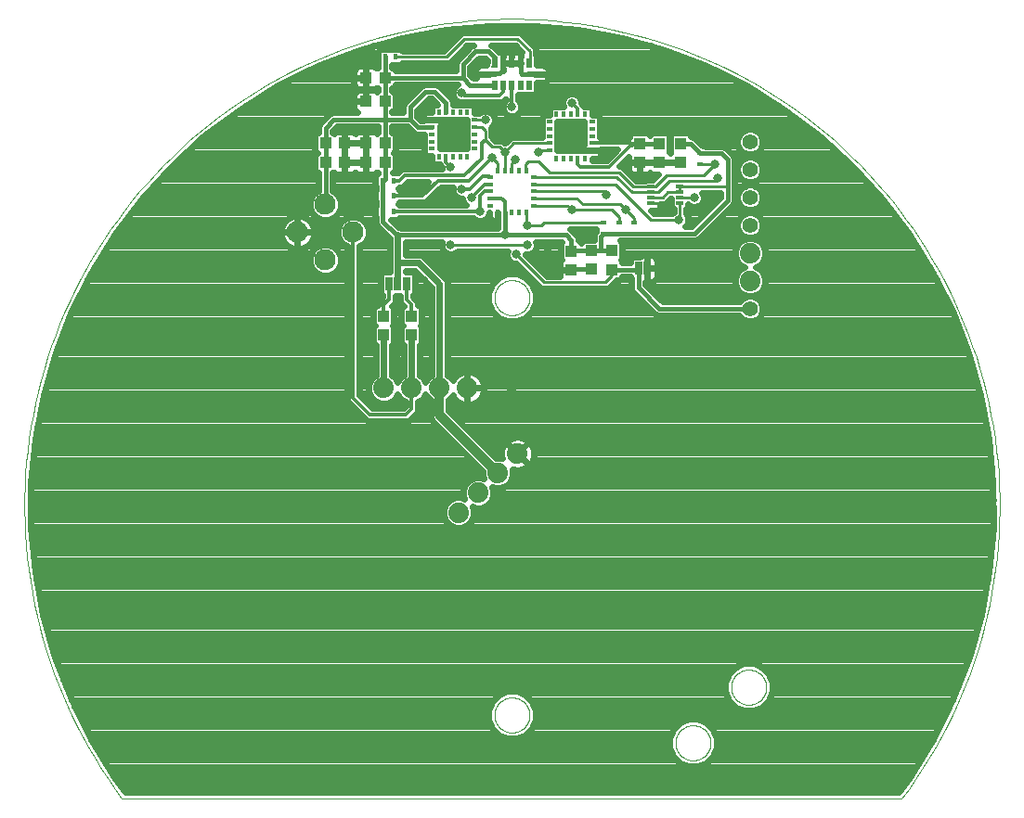
<source format=gtl>
G75*
%MOIN*%
%OFA0B0*%
%FSLAX25Y25*%
%IPPOS*%
%LPD*%
%AMOC8*
5,1,8,0,0,1.08239X$1,22.5*
%
%ADD10C,0.00000*%
%ADD11R,0.04331X0.03937*%
%ADD12C,0.07400*%
%ADD13C,0.07600*%
%ADD14R,0.01969X0.03543*%
%ADD15R,0.05512X0.01969*%
%ADD16R,0.02283X0.00984*%
%ADD17R,0.02165X0.01575*%
%ADD18R,0.01575X0.02165*%
%ADD19R,0.02400X0.01800*%
%ADD20R,0.01800X0.02400*%
%ADD21R,0.02559X0.01181*%
%ADD22C,0.05600*%
%ADD23R,0.03937X0.04331*%
%ADD24R,0.02500X0.05000*%
%ADD25C,0.02400*%
%ADD26C,0.01200*%
%ADD27C,0.01600*%
%ADD28C,0.03169*%
%ADD29C,0.01000*%
%ADD30C,0.03200*%
D10*
X0101095Y0049933D02*
X0381095Y0049933D01*
X0319796Y0089933D02*
X0319798Y0090091D01*
X0319804Y0090249D01*
X0319814Y0090407D01*
X0319828Y0090565D01*
X0319846Y0090722D01*
X0319867Y0090879D01*
X0319893Y0091035D01*
X0319923Y0091191D01*
X0319956Y0091346D01*
X0319994Y0091499D01*
X0320035Y0091652D01*
X0320080Y0091804D01*
X0320129Y0091955D01*
X0320182Y0092104D01*
X0320238Y0092252D01*
X0320298Y0092398D01*
X0320362Y0092543D01*
X0320430Y0092686D01*
X0320501Y0092828D01*
X0320575Y0092968D01*
X0320653Y0093105D01*
X0320735Y0093241D01*
X0320819Y0093375D01*
X0320908Y0093506D01*
X0320999Y0093635D01*
X0321094Y0093762D01*
X0321191Y0093887D01*
X0321292Y0094009D01*
X0321396Y0094128D01*
X0321503Y0094245D01*
X0321613Y0094359D01*
X0321726Y0094470D01*
X0321841Y0094579D01*
X0321959Y0094684D01*
X0322080Y0094786D01*
X0322203Y0094886D01*
X0322329Y0094982D01*
X0322457Y0095075D01*
X0322587Y0095165D01*
X0322720Y0095251D01*
X0322855Y0095335D01*
X0322991Y0095414D01*
X0323130Y0095491D01*
X0323271Y0095563D01*
X0323413Y0095633D01*
X0323557Y0095698D01*
X0323703Y0095760D01*
X0323850Y0095818D01*
X0323999Y0095873D01*
X0324149Y0095924D01*
X0324300Y0095971D01*
X0324452Y0096014D01*
X0324605Y0096053D01*
X0324760Y0096089D01*
X0324915Y0096120D01*
X0325071Y0096148D01*
X0325227Y0096172D01*
X0325384Y0096192D01*
X0325542Y0096208D01*
X0325699Y0096220D01*
X0325858Y0096228D01*
X0326016Y0096232D01*
X0326174Y0096232D01*
X0326332Y0096228D01*
X0326491Y0096220D01*
X0326648Y0096208D01*
X0326806Y0096192D01*
X0326963Y0096172D01*
X0327119Y0096148D01*
X0327275Y0096120D01*
X0327430Y0096089D01*
X0327585Y0096053D01*
X0327738Y0096014D01*
X0327890Y0095971D01*
X0328041Y0095924D01*
X0328191Y0095873D01*
X0328340Y0095818D01*
X0328487Y0095760D01*
X0328633Y0095698D01*
X0328777Y0095633D01*
X0328919Y0095563D01*
X0329060Y0095491D01*
X0329199Y0095414D01*
X0329335Y0095335D01*
X0329470Y0095251D01*
X0329603Y0095165D01*
X0329733Y0095075D01*
X0329861Y0094982D01*
X0329987Y0094886D01*
X0330110Y0094786D01*
X0330231Y0094684D01*
X0330349Y0094579D01*
X0330464Y0094470D01*
X0330577Y0094359D01*
X0330687Y0094245D01*
X0330794Y0094128D01*
X0330898Y0094009D01*
X0330999Y0093887D01*
X0331096Y0093762D01*
X0331191Y0093635D01*
X0331282Y0093506D01*
X0331371Y0093375D01*
X0331455Y0093241D01*
X0331537Y0093105D01*
X0331615Y0092968D01*
X0331689Y0092828D01*
X0331760Y0092686D01*
X0331828Y0092543D01*
X0331892Y0092398D01*
X0331952Y0092252D01*
X0332008Y0092104D01*
X0332061Y0091955D01*
X0332110Y0091804D01*
X0332155Y0091652D01*
X0332196Y0091499D01*
X0332234Y0091346D01*
X0332267Y0091191D01*
X0332297Y0091035D01*
X0332323Y0090879D01*
X0332344Y0090722D01*
X0332362Y0090565D01*
X0332376Y0090407D01*
X0332386Y0090249D01*
X0332392Y0090091D01*
X0332394Y0089933D01*
X0332392Y0089775D01*
X0332386Y0089617D01*
X0332376Y0089459D01*
X0332362Y0089301D01*
X0332344Y0089144D01*
X0332323Y0088987D01*
X0332297Y0088831D01*
X0332267Y0088675D01*
X0332234Y0088520D01*
X0332196Y0088367D01*
X0332155Y0088214D01*
X0332110Y0088062D01*
X0332061Y0087911D01*
X0332008Y0087762D01*
X0331952Y0087614D01*
X0331892Y0087468D01*
X0331828Y0087323D01*
X0331760Y0087180D01*
X0331689Y0087038D01*
X0331615Y0086898D01*
X0331537Y0086761D01*
X0331455Y0086625D01*
X0331371Y0086491D01*
X0331282Y0086360D01*
X0331191Y0086231D01*
X0331096Y0086104D01*
X0330999Y0085979D01*
X0330898Y0085857D01*
X0330794Y0085738D01*
X0330687Y0085621D01*
X0330577Y0085507D01*
X0330464Y0085396D01*
X0330349Y0085287D01*
X0330231Y0085182D01*
X0330110Y0085080D01*
X0329987Y0084980D01*
X0329861Y0084884D01*
X0329733Y0084791D01*
X0329603Y0084701D01*
X0329470Y0084615D01*
X0329335Y0084531D01*
X0329199Y0084452D01*
X0329060Y0084375D01*
X0328919Y0084303D01*
X0328777Y0084233D01*
X0328633Y0084168D01*
X0328487Y0084106D01*
X0328340Y0084048D01*
X0328191Y0083993D01*
X0328041Y0083942D01*
X0327890Y0083895D01*
X0327738Y0083852D01*
X0327585Y0083813D01*
X0327430Y0083777D01*
X0327275Y0083746D01*
X0327119Y0083718D01*
X0326963Y0083694D01*
X0326806Y0083674D01*
X0326648Y0083658D01*
X0326491Y0083646D01*
X0326332Y0083638D01*
X0326174Y0083634D01*
X0326016Y0083634D01*
X0325858Y0083638D01*
X0325699Y0083646D01*
X0325542Y0083658D01*
X0325384Y0083674D01*
X0325227Y0083694D01*
X0325071Y0083718D01*
X0324915Y0083746D01*
X0324760Y0083777D01*
X0324605Y0083813D01*
X0324452Y0083852D01*
X0324300Y0083895D01*
X0324149Y0083942D01*
X0323999Y0083993D01*
X0323850Y0084048D01*
X0323703Y0084106D01*
X0323557Y0084168D01*
X0323413Y0084233D01*
X0323271Y0084303D01*
X0323130Y0084375D01*
X0322991Y0084452D01*
X0322855Y0084531D01*
X0322720Y0084615D01*
X0322587Y0084701D01*
X0322457Y0084791D01*
X0322329Y0084884D01*
X0322203Y0084980D01*
X0322080Y0085080D01*
X0321959Y0085182D01*
X0321841Y0085287D01*
X0321726Y0085396D01*
X0321613Y0085507D01*
X0321503Y0085621D01*
X0321396Y0085738D01*
X0321292Y0085857D01*
X0321191Y0085979D01*
X0321094Y0086104D01*
X0320999Y0086231D01*
X0320908Y0086360D01*
X0320819Y0086491D01*
X0320735Y0086625D01*
X0320653Y0086761D01*
X0320575Y0086898D01*
X0320501Y0087038D01*
X0320430Y0087180D01*
X0320362Y0087323D01*
X0320298Y0087468D01*
X0320238Y0087614D01*
X0320182Y0087762D01*
X0320129Y0087911D01*
X0320080Y0088062D01*
X0320035Y0088214D01*
X0319994Y0088367D01*
X0319956Y0088520D01*
X0319923Y0088675D01*
X0319893Y0088831D01*
X0319867Y0088987D01*
X0319846Y0089144D01*
X0319828Y0089301D01*
X0319814Y0089459D01*
X0319804Y0089617D01*
X0319798Y0089775D01*
X0319796Y0089933D01*
X0299796Y0069933D02*
X0299798Y0070091D01*
X0299804Y0070249D01*
X0299814Y0070407D01*
X0299828Y0070565D01*
X0299846Y0070722D01*
X0299867Y0070879D01*
X0299893Y0071035D01*
X0299923Y0071191D01*
X0299956Y0071346D01*
X0299994Y0071499D01*
X0300035Y0071652D01*
X0300080Y0071804D01*
X0300129Y0071955D01*
X0300182Y0072104D01*
X0300238Y0072252D01*
X0300298Y0072398D01*
X0300362Y0072543D01*
X0300430Y0072686D01*
X0300501Y0072828D01*
X0300575Y0072968D01*
X0300653Y0073105D01*
X0300735Y0073241D01*
X0300819Y0073375D01*
X0300908Y0073506D01*
X0300999Y0073635D01*
X0301094Y0073762D01*
X0301191Y0073887D01*
X0301292Y0074009D01*
X0301396Y0074128D01*
X0301503Y0074245D01*
X0301613Y0074359D01*
X0301726Y0074470D01*
X0301841Y0074579D01*
X0301959Y0074684D01*
X0302080Y0074786D01*
X0302203Y0074886D01*
X0302329Y0074982D01*
X0302457Y0075075D01*
X0302587Y0075165D01*
X0302720Y0075251D01*
X0302855Y0075335D01*
X0302991Y0075414D01*
X0303130Y0075491D01*
X0303271Y0075563D01*
X0303413Y0075633D01*
X0303557Y0075698D01*
X0303703Y0075760D01*
X0303850Y0075818D01*
X0303999Y0075873D01*
X0304149Y0075924D01*
X0304300Y0075971D01*
X0304452Y0076014D01*
X0304605Y0076053D01*
X0304760Y0076089D01*
X0304915Y0076120D01*
X0305071Y0076148D01*
X0305227Y0076172D01*
X0305384Y0076192D01*
X0305542Y0076208D01*
X0305699Y0076220D01*
X0305858Y0076228D01*
X0306016Y0076232D01*
X0306174Y0076232D01*
X0306332Y0076228D01*
X0306491Y0076220D01*
X0306648Y0076208D01*
X0306806Y0076192D01*
X0306963Y0076172D01*
X0307119Y0076148D01*
X0307275Y0076120D01*
X0307430Y0076089D01*
X0307585Y0076053D01*
X0307738Y0076014D01*
X0307890Y0075971D01*
X0308041Y0075924D01*
X0308191Y0075873D01*
X0308340Y0075818D01*
X0308487Y0075760D01*
X0308633Y0075698D01*
X0308777Y0075633D01*
X0308919Y0075563D01*
X0309060Y0075491D01*
X0309199Y0075414D01*
X0309335Y0075335D01*
X0309470Y0075251D01*
X0309603Y0075165D01*
X0309733Y0075075D01*
X0309861Y0074982D01*
X0309987Y0074886D01*
X0310110Y0074786D01*
X0310231Y0074684D01*
X0310349Y0074579D01*
X0310464Y0074470D01*
X0310577Y0074359D01*
X0310687Y0074245D01*
X0310794Y0074128D01*
X0310898Y0074009D01*
X0310999Y0073887D01*
X0311096Y0073762D01*
X0311191Y0073635D01*
X0311282Y0073506D01*
X0311371Y0073375D01*
X0311455Y0073241D01*
X0311537Y0073105D01*
X0311615Y0072968D01*
X0311689Y0072828D01*
X0311760Y0072686D01*
X0311828Y0072543D01*
X0311892Y0072398D01*
X0311952Y0072252D01*
X0312008Y0072104D01*
X0312061Y0071955D01*
X0312110Y0071804D01*
X0312155Y0071652D01*
X0312196Y0071499D01*
X0312234Y0071346D01*
X0312267Y0071191D01*
X0312297Y0071035D01*
X0312323Y0070879D01*
X0312344Y0070722D01*
X0312362Y0070565D01*
X0312376Y0070407D01*
X0312386Y0070249D01*
X0312392Y0070091D01*
X0312394Y0069933D01*
X0312392Y0069775D01*
X0312386Y0069617D01*
X0312376Y0069459D01*
X0312362Y0069301D01*
X0312344Y0069144D01*
X0312323Y0068987D01*
X0312297Y0068831D01*
X0312267Y0068675D01*
X0312234Y0068520D01*
X0312196Y0068367D01*
X0312155Y0068214D01*
X0312110Y0068062D01*
X0312061Y0067911D01*
X0312008Y0067762D01*
X0311952Y0067614D01*
X0311892Y0067468D01*
X0311828Y0067323D01*
X0311760Y0067180D01*
X0311689Y0067038D01*
X0311615Y0066898D01*
X0311537Y0066761D01*
X0311455Y0066625D01*
X0311371Y0066491D01*
X0311282Y0066360D01*
X0311191Y0066231D01*
X0311096Y0066104D01*
X0310999Y0065979D01*
X0310898Y0065857D01*
X0310794Y0065738D01*
X0310687Y0065621D01*
X0310577Y0065507D01*
X0310464Y0065396D01*
X0310349Y0065287D01*
X0310231Y0065182D01*
X0310110Y0065080D01*
X0309987Y0064980D01*
X0309861Y0064884D01*
X0309733Y0064791D01*
X0309603Y0064701D01*
X0309470Y0064615D01*
X0309335Y0064531D01*
X0309199Y0064452D01*
X0309060Y0064375D01*
X0308919Y0064303D01*
X0308777Y0064233D01*
X0308633Y0064168D01*
X0308487Y0064106D01*
X0308340Y0064048D01*
X0308191Y0063993D01*
X0308041Y0063942D01*
X0307890Y0063895D01*
X0307738Y0063852D01*
X0307585Y0063813D01*
X0307430Y0063777D01*
X0307275Y0063746D01*
X0307119Y0063718D01*
X0306963Y0063694D01*
X0306806Y0063674D01*
X0306648Y0063658D01*
X0306491Y0063646D01*
X0306332Y0063638D01*
X0306174Y0063634D01*
X0306016Y0063634D01*
X0305858Y0063638D01*
X0305699Y0063646D01*
X0305542Y0063658D01*
X0305384Y0063674D01*
X0305227Y0063694D01*
X0305071Y0063718D01*
X0304915Y0063746D01*
X0304760Y0063777D01*
X0304605Y0063813D01*
X0304452Y0063852D01*
X0304300Y0063895D01*
X0304149Y0063942D01*
X0303999Y0063993D01*
X0303850Y0064048D01*
X0303703Y0064106D01*
X0303557Y0064168D01*
X0303413Y0064233D01*
X0303271Y0064303D01*
X0303130Y0064375D01*
X0302991Y0064452D01*
X0302855Y0064531D01*
X0302720Y0064615D01*
X0302587Y0064701D01*
X0302457Y0064791D01*
X0302329Y0064884D01*
X0302203Y0064980D01*
X0302080Y0065080D01*
X0301959Y0065182D01*
X0301841Y0065287D01*
X0301726Y0065396D01*
X0301613Y0065507D01*
X0301503Y0065621D01*
X0301396Y0065738D01*
X0301292Y0065857D01*
X0301191Y0065979D01*
X0301094Y0066104D01*
X0300999Y0066231D01*
X0300908Y0066360D01*
X0300819Y0066491D01*
X0300735Y0066625D01*
X0300653Y0066761D01*
X0300575Y0066898D01*
X0300501Y0067038D01*
X0300430Y0067180D01*
X0300362Y0067323D01*
X0300298Y0067468D01*
X0300238Y0067614D01*
X0300182Y0067762D01*
X0300129Y0067911D01*
X0300080Y0068062D01*
X0300035Y0068214D01*
X0299994Y0068367D01*
X0299956Y0068520D01*
X0299923Y0068675D01*
X0299893Y0068831D01*
X0299867Y0068987D01*
X0299846Y0069144D01*
X0299828Y0069301D01*
X0299814Y0069459D01*
X0299804Y0069617D01*
X0299798Y0069775D01*
X0299796Y0069933D01*
X0234796Y0079933D02*
X0234798Y0080091D01*
X0234804Y0080249D01*
X0234814Y0080407D01*
X0234828Y0080565D01*
X0234846Y0080722D01*
X0234867Y0080879D01*
X0234893Y0081035D01*
X0234923Y0081191D01*
X0234956Y0081346D01*
X0234994Y0081499D01*
X0235035Y0081652D01*
X0235080Y0081804D01*
X0235129Y0081955D01*
X0235182Y0082104D01*
X0235238Y0082252D01*
X0235298Y0082398D01*
X0235362Y0082543D01*
X0235430Y0082686D01*
X0235501Y0082828D01*
X0235575Y0082968D01*
X0235653Y0083105D01*
X0235735Y0083241D01*
X0235819Y0083375D01*
X0235908Y0083506D01*
X0235999Y0083635D01*
X0236094Y0083762D01*
X0236191Y0083887D01*
X0236292Y0084009D01*
X0236396Y0084128D01*
X0236503Y0084245D01*
X0236613Y0084359D01*
X0236726Y0084470D01*
X0236841Y0084579D01*
X0236959Y0084684D01*
X0237080Y0084786D01*
X0237203Y0084886D01*
X0237329Y0084982D01*
X0237457Y0085075D01*
X0237587Y0085165D01*
X0237720Y0085251D01*
X0237855Y0085335D01*
X0237991Y0085414D01*
X0238130Y0085491D01*
X0238271Y0085563D01*
X0238413Y0085633D01*
X0238557Y0085698D01*
X0238703Y0085760D01*
X0238850Y0085818D01*
X0238999Y0085873D01*
X0239149Y0085924D01*
X0239300Y0085971D01*
X0239452Y0086014D01*
X0239605Y0086053D01*
X0239760Y0086089D01*
X0239915Y0086120D01*
X0240071Y0086148D01*
X0240227Y0086172D01*
X0240384Y0086192D01*
X0240542Y0086208D01*
X0240699Y0086220D01*
X0240858Y0086228D01*
X0241016Y0086232D01*
X0241174Y0086232D01*
X0241332Y0086228D01*
X0241491Y0086220D01*
X0241648Y0086208D01*
X0241806Y0086192D01*
X0241963Y0086172D01*
X0242119Y0086148D01*
X0242275Y0086120D01*
X0242430Y0086089D01*
X0242585Y0086053D01*
X0242738Y0086014D01*
X0242890Y0085971D01*
X0243041Y0085924D01*
X0243191Y0085873D01*
X0243340Y0085818D01*
X0243487Y0085760D01*
X0243633Y0085698D01*
X0243777Y0085633D01*
X0243919Y0085563D01*
X0244060Y0085491D01*
X0244199Y0085414D01*
X0244335Y0085335D01*
X0244470Y0085251D01*
X0244603Y0085165D01*
X0244733Y0085075D01*
X0244861Y0084982D01*
X0244987Y0084886D01*
X0245110Y0084786D01*
X0245231Y0084684D01*
X0245349Y0084579D01*
X0245464Y0084470D01*
X0245577Y0084359D01*
X0245687Y0084245D01*
X0245794Y0084128D01*
X0245898Y0084009D01*
X0245999Y0083887D01*
X0246096Y0083762D01*
X0246191Y0083635D01*
X0246282Y0083506D01*
X0246371Y0083375D01*
X0246455Y0083241D01*
X0246537Y0083105D01*
X0246615Y0082968D01*
X0246689Y0082828D01*
X0246760Y0082686D01*
X0246828Y0082543D01*
X0246892Y0082398D01*
X0246952Y0082252D01*
X0247008Y0082104D01*
X0247061Y0081955D01*
X0247110Y0081804D01*
X0247155Y0081652D01*
X0247196Y0081499D01*
X0247234Y0081346D01*
X0247267Y0081191D01*
X0247297Y0081035D01*
X0247323Y0080879D01*
X0247344Y0080722D01*
X0247362Y0080565D01*
X0247376Y0080407D01*
X0247386Y0080249D01*
X0247392Y0080091D01*
X0247394Y0079933D01*
X0247392Y0079775D01*
X0247386Y0079617D01*
X0247376Y0079459D01*
X0247362Y0079301D01*
X0247344Y0079144D01*
X0247323Y0078987D01*
X0247297Y0078831D01*
X0247267Y0078675D01*
X0247234Y0078520D01*
X0247196Y0078367D01*
X0247155Y0078214D01*
X0247110Y0078062D01*
X0247061Y0077911D01*
X0247008Y0077762D01*
X0246952Y0077614D01*
X0246892Y0077468D01*
X0246828Y0077323D01*
X0246760Y0077180D01*
X0246689Y0077038D01*
X0246615Y0076898D01*
X0246537Y0076761D01*
X0246455Y0076625D01*
X0246371Y0076491D01*
X0246282Y0076360D01*
X0246191Y0076231D01*
X0246096Y0076104D01*
X0245999Y0075979D01*
X0245898Y0075857D01*
X0245794Y0075738D01*
X0245687Y0075621D01*
X0245577Y0075507D01*
X0245464Y0075396D01*
X0245349Y0075287D01*
X0245231Y0075182D01*
X0245110Y0075080D01*
X0244987Y0074980D01*
X0244861Y0074884D01*
X0244733Y0074791D01*
X0244603Y0074701D01*
X0244470Y0074615D01*
X0244335Y0074531D01*
X0244199Y0074452D01*
X0244060Y0074375D01*
X0243919Y0074303D01*
X0243777Y0074233D01*
X0243633Y0074168D01*
X0243487Y0074106D01*
X0243340Y0074048D01*
X0243191Y0073993D01*
X0243041Y0073942D01*
X0242890Y0073895D01*
X0242738Y0073852D01*
X0242585Y0073813D01*
X0242430Y0073777D01*
X0242275Y0073746D01*
X0242119Y0073718D01*
X0241963Y0073694D01*
X0241806Y0073674D01*
X0241648Y0073658D01*
X0241491Y0073646D01*
X0241332Y0073638D01*
X0241174Y0073634D01*
X0241016Y0073634D01*
X0240858Y0073638D01*
X0240699Y0073646D01*
X0240542Y0073658D01*
X0240384Y0073674D01*
X0240227Y0073694D01*
X0240071Y0073718D01*
X0239915Y0073746D01*
X0239760Y0073777D01*
X0239605Y0073813D01*
X0239452Y0073852D01*
X0239300Y0073895D01*
X0239149Y0073942D01*
X0238999Y0073993D01*
X0238850Y0074048D01*
X0238703Y0074106D01*
X0238557Y0074168D01*
X0238413Y0074233D01*
X0238271Y0074303D01*
X0238130Y0074375D01*
X0237991Y0074452D01*
X0237855Y0074531D01*
X0237720Y0074615D01*
X0237587Y0074701D01*
X0237457Y0074791D01*
X0237329Y0074884D01*
X0237203Y0074980D01*
X0237080Y0075080D01*
X0236959Y0075182D01*
X0236841Y0075287D01*
X0236726Y0075396D01*
X0236613Y0075507D01*
X0236503Y0075621D01*
X0236396Y0075738D01*
X0236292Y0075857D01*
X0236191Y0075979D01*
X0236094Y0076104D01*
X0235999Y0076231D01*
X0235908Y0076360D01*
X0235819Y0076491D01*
X0235735Y0076625D01*
X0235653Y0076761D01*
X0235575Y0076898D01*
X0235501Y0077038D01*
X0235430Y0077180D01*
X0235362Y0077323D01*
X0235298Y0077468D01*
X0235238Y0077614D01*
X0235182Y0077762D01*
X0235129Y0077911D01*
X0235080Y0078062D01*
X0235035Y0078214D01*
X0234994Y0078367D01*
X0234956Y0078520D01*
X0234923Y0078675D01*
X0234893Y0078831D01*
X0234867Y0078987D01*
X0234846Y0079144D01*
X0234828Y0079301D01*
X0234814Y0079459D01*
X0234804Y0079617D01*
X0234798Y0079775D01*
X0234796Y0079933D01*
X0101095Y0049933D02*
X0098565Y0053390D01*
X0096120Y0056909D01*
X0093762Y0060486D01*
X0091492Y0064119D01*
X0089311Y0067808D01*
X0087222Y0071548D01*
X0085225Y0075338D01*
X0083321Y0079176D01*
X0081512Y0083060D01*
X0079798Y0086987D01*
X0078181Y0090954D01*
X0076661Y0094960D01*
X0075240Y0099002D01*
X0073918Y0103077D01*
X0072696Y0107184D01*
X0071575Y0111319D01*
X0070556Y0115480D01*
X0069639Y0119665D01*
X0068824Y0123872D01*
X0068113Y0128096D01*
X0067505Y0132338D01*
X0067002Y0136592D01*
X0066602Y0140858D01*
X0066307Y0145132D01*
X0066117Y0149412D01*
X0066031Y0153696D01*
X0066051Y0157980D01*
X0066175Y0162263D01*
X0066404Y0166541D01*
X0066737Y0170812D01*
X0067175Y0175074D01*
X0067717Y0179324D01*
X0068363Y0183560D01*
X0069113Y0187778D01*
X0069965Y0191977D01*
X0070920Y0196153D01*
X0071977Y0200305D01*
X0073135Y0204430D01*
X0074394Y0208526D01*
X0075752Y0212589D01*
X0077210Y0216618D01*
X0078766Y0220610D01*
X0080419Y0224562D01*
X0082168Y0228473D01*
X0084012Y0232340D01*
X0085951Y0236161D01*
X0087982Y0239933D01*
X0090105Y0243655D01*
X0092318Y0247323D01*
X0094621Y0250936D01*
X0097011Y0254492D01*
X0099488Y0257988D01*
X0102049Y0261422D01*
X0104694Y0264793D01*
X0107420Y0268098D01*
X0110227Y0271335D01*
X0113112Y0274503D01*
X0116073Y0277599D01*
X0119110Y0280622D01*
X0122219Y0283569D01*
X0125400Y0286440D01*
X0128649Y0289231D01*
X0131967Y0291943D01*
X0135349Y0294572D01*
X0138795Y0297118D01*
X0142302Y0299579D01*
X0145869Y0301953D01*
X0149492Y0304239D01*
X0153170Y0306436D01*
X0156901Y0308543D01*
X0160683Y0310557D01*
X0164512Y0312478D01*
X0168388Y0314305D01*
X0172306Y0316036D01*
X0176267Y0317672D01*
X0180266Y0319209D01*
X0184301Y0320649D01*
X0188370Y0321989D01*
X0192471Y0323229D01*
X0196601Y0324369D01*
X0200758Y0325407D01*
X0204939Y0326343D01*
X0209141Y0327176D01*
X0213363Y0327907D01*
X0217601Y0328533D01*
X0221854Y0329056D01*
X0226118Y0329475D01*
X0230390Y0329789D01*
X0234670Y0329999D01*
X0238953Y0330104D01*
X0243237Y0330104D01*
X0247520Y0329999D01*
X0251800Y0329789D01*
X0256072Y0329475D01*
X0260336Y0329056D01*
X0264589Y0328533D01*
X0268827Y0327907D01*
X0273049Y0327176D01*
X0277251Y0326343D01*
X0281432Y0325407D01*
X0285589Y0324369D01*
X0289719Y0323229D01*
X0293820Y0321989D01*
X0297889Y0320649D01*
X0301924Y0319209D01*
X0305923Y0317672D01*
X0309884Y0316036D01*
X0313802Y0314305D01*
X0317678Y0312478D01*
X0321507Y0310557D01*
X0325289Y0308543D01*
X0329020Y0306436D01*
X0332698Y0304239D01*
X0336321Y0301953D01*
X0339888Y0299579D01*
X0343395Y0297118D01*
X0346841Y0294572D01*
X0350223Y0291943D01*
X0353541Y0289231D01*
X0356790Y0286440D01*
X0359971Y0283569D01*
X0363080Y0280622D01*
X0366117Y0277599D01*
X0369078Y0274503D01*
X0371963Y0271335D01*
X0374770Y0268098D01*
X0377496Y0264793D01*
X0380141Y0261422D01*
X0382702Y0257988D01*
X0385179Y0254492D01*
X0387569Y0250936D01*
X0389872Y0247323D01*
X0392085Y0243655D01*
X0394208Y0239933D01*
X0396239Y0236161D01*
X0398178Y0232340D01*
X0400022Y0228473D01*
X0401771Y0224562D01*
X0403424Y0220610D01*
X0404980Y0216618D01*
X0406438Y0212589D01*
X0407796Y0208526D01*
X0409055Y0204430D01*
X0410213Y0200305D01*
X0411270Y0196153D01*
X0412225Y0191977D01*
X0413077Y0187778D01*
X0413827Y0183560D01*
X0414473Y0179324D01*
X0415015Y0175074D01*
X0415453Y0170812D01*
X0415786Y0166541D01*
X0416015Y0162263D01*
X0416139Y0157980D01*
X0416159Y0153696D01*
X0416073Y0149412D01*
X0415883Y0145132D01*
X0415588Y0140858D01*
X0415188Y0136592D01*
X0414685Y0132338D01*
X0414077Y0128096D01*
X0413366Y0123872D01*
X0412551Y0119665D01*
X0411634Y0115480D01*
X0410615Y0111319D01*
X0409494Y0107184D01*
X0408272Y0103077D01*
X0406950Y0099002D01*
X0405529Y0094960D01*
X0404009Y0090954D01*
X0402392Y0086987D01*
X0400678Y0083060D01*
X0398869Y0079176D01*
X0396965Y0075338D01*
X0394968Y0071548D01*
X0392879Y0067808D01*
X0390698Y0064119D01*
X0388428Y0060486D01*
X0386070Y0056909D01*
X0383625Y0053390D01*
X0381095Y0049933D01*
X0234796Y0229933D02*
X0234798Y0230091D01*
X0234804Y0230249D01*
X0234814Y0230407D01*
X0234828Y0230565D01*
X0234846Y0230722D01*
X0234867Y0230879D01*
X0234893Y0231035D01*
X0234923Y0231191D01*
X0234956Y0231346D01*
X0234994Y0231499D01*
X0235035Y0231652D01*
X0235080Y0231804D01*
X0235129Y0231955D01*
X0235182Y0232104D01*
X0235238Y0232252D01*
X0235298Y0232398D01*
X0235362Y0232543D01*
X0235430Y0232686D01*
X0235501Y0232828D01*
X0235575Y0232968D01*
X0235653Y0233105D01*
X0235735Y0233241D01*
X0235819Y0233375D01*
X0235908Y0233506D01*
X0235999Y0233635D01*
X0236094Y0233762D01*
X0236191Y0233887D01*
X0236292Y0234009D01*
X0236396Y0234128D01*
X0236503Y0234245D01*
X0236613Y0234359D01*
X0236726Y0234470D01*
X0236841Y0234579D01*
X0236959Y0234684D01*
X0237080Y0234786D01*
X0237203Y0234886D01*
X0237329Y0234982D01*
X0237457Y0235075D01*
X0237587Y0235165D01*
X0237720Y0235251D01*
X0237855Y0235335D01*
X0237991Y0235414D01*
X0238130Y0235491D01*
X0238271Y0235563D01*
X0238413Y0235633D01*
X0238557Y0235698D01*
X0238703Y0235760D01*
X0238850Y0235818D01*
X0238999Y0235873D01*
X0239149Y0235924D01*
X0239300Y0235971D01*
X0239452Y0236014D01*
X0239605Y0236053D01*
X0239760Y0236089D01*
X0239915Y0236120D01*
X0240071Y0236148D01*
X0240227Y0236172D01*
X0240384Y0236192D01*
X0240542Y0236208D01*
X0240699Y0236220D01*
X0240858Y0236228D01*
X0241016Y0236232D01*
X0241174Y0236232D01*
X0241332Y0236228D01*
X0241491Y0236220D01*
X0241648Y0236208D01*
X0241806Y0236192D01*
X0241963Y0236172D01*
X0242119Y0236148D01*
X0242275Y0236120D01*
X0242430Y0236089D01*
X0242585Y0236053D01*
X0242738Y0236014D01*
X0242890Y0235971D01*
X0243041Y0235924D01*
X0243191Y0235873D01*
X0243340Y0235818D01*
X0243487Y0235760D01*
X0243633Y0235698D01*
X0243777Y0235633D01*
X0243919Y0235563D01*
X0244060Y0235491D01*
X0244199Y0235414D01*
X0244335Y0235335D01*
X0244470Y0235251D01*
X0244603Y0235165D01*
X0244733Y0235075D01*
X0244861Y0234982D01*
X0244987Y0234886D01*
X0245110Y0234786D01*
X0245231Y0234684D01*
X0245349Y0234579D01*
X0245464Y0234470D01*
X0245577Y0234359D01*
X0245687Y0234245D01*
X0245794Y0234128D01*
X0245898Y0234009D01*
X0245999Y0233887D01*
X0246096Y0233762D01*
X0246191Y0233635D01*
X0246282Y0233506D01*
X0246371Y0233375D01*
X0246455Y0233241D01*
X0246537Y0233105D01*
X0246615Y0232968D01*
X0246689Y0232828D01*
X0246760Y0232686D01*
X0246828Y0232543D01*
X0246892Y0232398D01*
X0246952Y0232252D01*
X0247008Y0232104D01*
X0247061Y0231955D01*
X0247110Y0231804D01*
X0247155Y0231652D01*
X0247196Y0231499D01*
X0247234Y0231346D01*
X0247267Y0231191D01*
X0247297Y0231035D01*
X0247323Y0230879D01*
X0247344Y0230722D01*
X0247362Y0230565D01*
X0247376Y0230407D01*
X0247386Y0230249D01*
X0247392Y0230091D01*
X0247394Y0229933D01*
X0247392Y0229775D01*
X0247386Y0229617D01*
X0247376Y0229459D01*
X0247362Y0229301D01*
X0247344Y0229144D01*
X0247323Y0228987D01*
X0247297Y0228831D01*
X0247267Y0228675D01*
X0247234Y0228520D01*
X0247196Y0228367D01*
X0247155Y0228214D01*
X0247110Y0228062D01*
X0247061Y0227911D01*
X0247008Y0227762D01*
X0246952Y0227614D01*
X0246892Y0227468D01*
X0246828Y0227323D01*
X0246760Y0227180D01*
X0246689Y0227038D01*
X0246615Y0226898D01*
X0246537Y0226761D01*
X0246455Y0226625D01*
X0246371Y0226491D01*
X0246282Y0226360D01*
X0246191Y0226231D01*
X0246096Y0226104D01*
X0245999Y0225979D01*
X0245898Y0225857D01*
X0245794Y0225738D01*
X0245687Y0225621D01*
X0245577Y0225507D01*
X0245464Y0225396D01*
X0245349Y0225287D01*
X0245231Y0225182D01*
X0245110Y0225080D01*
X0244987Y0224980D01*
X0244861Y0224884D01*
X0244733Y0224791D01*
X0244603Y0224701D01*
X0244470Y0224615D01*
X0244335Y0224531D01*
X0244199Y0224452D01*
X0244060Y0224375D01*
X0243919Y0224303D01*
X0243777Y0224233D01*
X0243633Y0224168D01*
X0243487Y0224106D01*
X0243340Y0224048D01*
X0243191Y0223993D01*
X0243041Y0223942D01*
X0242890Y0223895D01*
X0242738Y0223852D01*
X0242585Y0223813D01*
X0242430Y0223777D01*
X0242275Y0223746D01*
X0242119Y0223718D01*
X0241963Y0223694D01*
X0241806Y0223674D01*
X0241648Y0223658D01*
X0241491Y0223646D01*
X0241332Y0223638D01*
X0241174Y0223634D01*
X0241016Y0223634D01*
X0240858Y0223638D01*
X0240699Y0223646D01*
X0240542Y0223658D01*
X0240384Y0223674D01*
X0240227Y0223694D01*
X0240071Y0223718D01*
X0239915Y0223746D01*
X0239760Y0223777D01*
X0239605Y0223813D01*
X0239452Y0223852D01*
X0239300Y0223895D01*
X0239149Y0223942D01*
X0238999Y0223993D01*
X0238850Y0224048D01*
X0238703Y0224106D01*
X0238557Y0224168D01*
X0238413Y0224233D01*
X0238271Y0224303D01*
X0238130Y0224375D01*
X0237991Y0224452D01*
X0237855Y0224531D01*
X0237720Y0224615D01*
X0237587Y0224701D01*
X0237457Y0224791D01*
X0237329Y0224884D01*
X0237203Y0224980D01*
X0237080Y0225080D01*
X0236959Y0225182D01*
X0236841Y0225287D01*
X0236726Y0225396D01*
X0236613Y0225507D01*
X0236503Y0225621D01*
X0236396Y0225738D01*
X0236292Y0225857D01*
X0236191Y0225979D01*
X0236094Y0226104D01*
X0235999Y0226231D01*
X0235908Y0226360D01*
X0235819Y0226491D01*
X0235735Y0226625D01*
X0235653Y0226761D01*
X0235575Y0226898D01*
X0235501Y0227038D01*
X0235430Y0227180D01*
X0235362Y0227323D01*
X0235298Y0227468D01*
X0235238Y0227614D01*
X0235182Y0227762D01*
X0235129Y0227911D01*
X0235080Y0228062D01*
X0235035Y0228214D01*
X0234994Y0228367D01*
X0234956Y0228520D01*
X0234923Y0228675D01*
X0234893Y0228831D01*
X0234867Y0228987D01*
X0234846Y0229144D01*
X0234828Y0229301D01*
X0234814Y0229459D01*
X0234804Y0229617D01*
X0234798Y0229775D01*
X0234796Y0229933D01*
D11*
X0195442Y0278433D03*
X0188749Y0278433D03*
X0188749Y0285433D03*
X0195442Y0285433D03*
X0180942Y0285433D03*
X0174249Y0285433D03*
X0174249Y0278433D03*
X0180942Y0278433D03*
X0188749Y0300433D03*
X0195442Y0300433D03*
X0195442Y0308933D03*
X0188749Y0308933D03*
D12*
X0326595Y0245933D03*
X0326595Y0235933D03*
X0243095Y0173933D03*
X0236024Y0166862D03*
X0228953Y0159791D03*
X0221882Y0152720D03*
X0225095Y0197433D03*
X0215095Y0197433D03*
X0205095Y0197433D03*
X0195095Y0197433D03*
D13*
X0174095Y0243433D03*
X0164095Y0253433D03*
X0174095Y0263433D03*
X0184095Y0253433D03*
D14*
X0234796Y0306415D03*
X0237946Y0306415D03*
X0241095Y0306415D03*
X0244245Y0306415D03*
X0247394Y0306415D03*
X0247394Y0314289D03*
X0244245Y0314289D03*
X0241095Y0314289D03*
X0237946Y0314289D03*
X0234796Y0314289D03*
D15*
X0233024Y0310352D03*
X0249166Y0310352D03*
D16*
X0234638Y0313010D03*
D17*
X0227562Y0293762D03*
X0227562Y0291203D03*
X0227562Y0288644D03*
X0227562Y0286085D03*
X0227562Y0283526D03*
X0233123Y0273289D03*
X0233123Y0270730D03*
X0233123Y0268171D03*
X0233123Y0265612D03*
X0233123Y0263053D03*
X0249068Y0263053D03*
X0249068Y0265612D03*
X0249068Y0268171D03*
X0249068Y0270730D03*
X0249068Y0273289D03*
X0254629Y0282886D03*
X0254629Y0285445D03*
X0254629Y0288004D03*
X0254629Y0290563D03*
X0254629Y0293122D03*
X0269786Y0293122D03*
X0269786Y0290563D03*
X0269786Y0288004D03*
X0269786Y0285445D03*
X0269786Y0282886D03*
X0212404Y0283526D03*
X0212404Y0286085D03*
X0212404Y0288644D03*
X0212404Y0291203D03*
X0212404Y0293762D03*
D18*
X0214865Y0296616D03*
X0217424Y0296616D03*
X0219983Y0296616D03*
X0222542Y0296616D03*
X0225101Y0296616D03*
X0225101Y0280671D03*
X0222542Y0280671D03*
X0219983Y0280671D03*
X0217424Y0280671D03*
X0214865Y0280671D03*
X0235977Y0275750D03*
X0238536Y0275750D03*
X0241095Y0275750D03*
X0243654Y0275750D03*
X0246213Y0275750D03*
X0257089Y0280031D03*
X0259648Y0280031D03*
X0262207Y0280031D03*
X0264766Y0280031D03*
X0267325Y0280031D03*
X0267325Y0295976D03*
X0264766Y0295976D03*
X0262207Y0295976D03*
X0259648Y0295976D03*
X0257089Y0295976D03*
X0246213Y0260593D03*
X0243654Y0260593D03*
X0241095Y0260593D03*
X0238536Y0260593D03*
X0235977Y0260593D03*
D19*
X0274095Y0256833D03*
X0274095Y0253033D03*
X0279595Y0253033D03*
X0279595Y0256833D03*
X0285095Y0256833D03*
X0285095Y0253033D03*
X0308595Y0278033D03*
X0308595Y0281833D03*
D20*
X0198495Y0271933D03*
X0194695Y0271933D03*
X0194695Y0266433D03*
X0198495Y0266433D03*
X0198495Y0260933D03*
X0194695Y0260933D03*
X0195605Y0316522D03*
X0199405Y0316522D03*
D21*
X0290879Y0269886D03*
X0290879Y0267917D03*
X0290879Y0265949D03*
X0290879Y0263980D03*
X0301312Y0263980D03*
X0301312Y0265949D03*
X0301312Y0267917D03*
X0301312Y0269886D03*
D22*
X0326595Y0265933D03*
X0326595Y0255933D03*
X0326595Y0275933D03*
X0326595Y0285933D03*
X0326595Y0225933D03*
D23*
X0277095Y0240087D03*
X0277095Y0246780D03*
X0269623Y0246803D03*
X0269623Y0240110D03*
X0262430Y0240051D03*
X0262430Y0246744D03*
X0287095Y0278587D03*
X0287095Y0285280D03*
X0294095Y0285280D03*
X0294095Y0278587D03*
X0301595Y0278587D03*
X0301595Y0285280D03*
X0205095Y0223280D03*
X0205095Y0216587D03*
X0195095Y0216587D03*
X0195095Y0223280D03*
D24*
X0196895Y0234933D03*
X0200095Y0234933D03*
X0203295Y0234933D03*
X0286495Y0240433D03*
X0289695Y0240433D03*
D25*
X0089855Y0071322D02*
X0098214Y0057741D01*
X0102226Y0052133D01*
X0379965Y0052133D01*
X0383976Y0057741D01*
X0392335Y0071322D01*
X0399408Y0085616D01*
X0405132Y0100500D01*
X0409461Y0115849D01*
X0412357Y0131531D01*
X0413795Y0147413D01*
X0413764Y0163361D01*
X0412263Y0179237D01*
X0409306Y0194908D01*
X0404917Y0210240D01*
X0399134Y0225102D01*
X0392006Y0239367D01*
X0383593Y0252916D01*
X0373968Y0265631D01*
X0363212Y0277405D01*
X0351417Y0288138D01*
X0338683Y0297738D01*
X0325118Y0306124D01*
X0310838Y0313224D01*
X0295965Y0318978D01*
X0280625Y0323337D01*
X0264948Y0326263D01*
X0249069Y0327733D01*
X0233121Y0327733D01*
X0217242Y0326263D01*
X0201565Y0323337D01*
X0186225Y0318978D01*
X0171352Y0313224D01*
X0157072Y0306124D01*
X0143508Y0297738D01*
X0130774Y0288138D01*
X0118978Y0277405D01*
X0108222Y0265631D01*
X0098597Y0252916D01*
X0090185Y0239367D01*
X0083057Y0225102D01*
X0077273Y0210240D01*
X0072884Y0194908D01*
X0069927Y0179237D01*
X0068426Y0163361D01*
X0068395Y0147413D01*
X0069833Y0131531D01*
X0072729Y0115849D01*
X0077058Y0100500D01*
X0082783Y0085616D01*
X0089855Y0071322D01*
X0090062Y0070985D02*
X0297596Y0070985D01*
X0297596Y0071624D02*
X0297596Y0068242D01*
X0298890Y0065119D01*
X0301281Y0062728D01*
X0304405Y0061434D01*
X0307786Y0061434D01*
X0310910Y0062728D01*
X0313300Y0065119D01*
X0314594Y0068242D01*
X0314594Y0071624D01*
X0313300Y0074747D01*
X0310910Y0077138D01*
X0307786Y0078432D01*
X0304405Y0078432D01*
X0301281Y0077138D01*
X0298890Y0074747D01*
X0297596Y0071624D01*
X0298325Y0073384D02*
X0246565Y0073384D01*
X0245910Y0072728D02*
X0248300Y0075119D01*
X0249594Y0078242D01*
X0249594Y0081624D01*
X0248300Y0084747D01*
X0245910Y0087138D01*
X0242786Y0088432D01*
X0239405Y0088432D01*
X0236281Y0087138D01*
X0233890Y0084747D01*
X0232596Y0081624D01*
X0232596Y0078242D01*
X0233890Y0075119D01*
X0236281Y0072728D01*
X0239405Y0071434D01*
X0242786Y0071434D01*
X0245910Y0072728D01*
X0248575Y0075782D02*
X0299925Y0075782D01*
X0303797Y0078181D02*
X0249569Y0078181D01*
X0249594Y0080579D02*
X0396916Y0080579D01*
X0395729Y0078181D02*
X0308393Y0078181D01*
X0312266Y0075782D02*
X0394542Y0075782D01*
X0393356Y0073384D02*
X0313865Y0073384D01*
X0314594Y0070985D02*
X0392128Y0070985D01*
X0390652Y0068587D02*
X0314594Y0068587D01*
X0313743Y0066188D02*
X0389176Y0066188D01*
X0387699Y0063790D02*
X0311971Y0063790D01*
X0300219Y0063790D02*
X0094491Y0063790D01*
X0093015Y0066188D02*
X0298447Y0066188D01*
X0297596Y0068587D02*
X0091538Y0068587D01*
X0088835Y0073384D02*
X0235625Y0073384D01*
X0233615Y0075782D02*
X0087648Y0075782D01*
X0086461Y0078181D02*
X0232621Y0078181D01*
X0232596Y0080579D02*
X0085275Y0080579D01*
X0084088Y0082978D02*
X0233157Y0082978D01*
X0234519Y0085376D02*
X0082901Y0085376D01*
X0081952Y0087775D02*
X0237817Y0087775D01*
X0244373Y0087775D02*
X0317790Y0087775D01*
X0317596Y0088242D02*
X0318890Y0085119D01*
X0321281Y0082728D01*
X0324405Y0081434D01*
X0327786Y0081434D01*
X0330910Y0082728D01*
X0333300Y0085119D01*
X0334594Y0088242D01*
X0334594Y0091624D01*
X0333300Y0094747D01*
X0330910Y0097138D01*
X0327786Y0098432D01*
X0324405Y0098432D01*
X0321281Y0097138D01*
X0318890Y0094747D01*
X0317596Y0091624D01*
X0317596Y0088242D01*
X0317596Y0090173D02*
X0081030Y0090173D01*
X0080107Y0092572D02*
X0317989Y0092572D01*
X0319113Y0094970D02*
X0079185Y0094970D01*
X0078262Y0097369D02*
X0321837Y0097369D01*
X0330353Y0097369D02*
X0403928Y0097369D01*
X0404851Y0099767D02*
X0077340Y0099767D01*
X0076588Y0102166D02*
X0405602Y0102166D01*
X0406279Y0104564D02*
X0075912Y0104564D01*
X0075235Y0106963D02*
X0406955Y0106963D01*
X0407632Y0109361D02*
X0074559Y0109361D01*
X0073882Y0111760D02*
X0408308Y0111760D01*
X0408984Y0114158D02*
X0073206Y0114158D01*
X0072598Y0116557D02*
X0409592Y0116557D01*
X0410035Y0118955D02*
X0072155Y0118955D01*
X0071713Y0121354D02*
X0410478Y0121354D01*
X0410921Y0123752D02*
X0071270Y0123752D01*
X0070827Y0126151D02*
X0411364Y0126151D01*
X0411806Y0128549D02*
X0070384Y0128549D01*
X0069941Y0130948D02*
X0412249Y0130948D01*
X0412521Y0133346D02*
X0069669Y0133346D01*
X0069452Y0135745D02*
X0412739Y0135745D01*
X0412956Y0138143D02*
X0069234Y0138143D01*
X0069017Y0140542D02*
X0413173Y0140542D01*
X0413390Y0142941D02*
X0068800Y0142941D01*
X0068583Y0145339D02*
X0413608Y0145339D01*
X0413795Y0147738D02*
X0223964Y0147738D01*
X0224941Y0148142D02*
X0226460Y0149661D01*
X0227282Y0151646D01*
X0227282Y0153794D01*
X0226860Y0154813D01*
X0227879Y0154391D01*
X0230027Y0154391D01*
X0232012Y0155213D01*
X0233531Y0156732D01*
X0234353Y0158717D01*
X0234353Y0160865D01*
X0233931Y0161884D01*
X0234950Y0161462D01*
X0237098Y0161462D01*
X0239083Y0162284D01*
X0240602Y0163803D01*
X0241424Y0165788D01*
X0241424Y0167936D01*
X0241263Y0168325D01*
X0241714Y0168178D01*
X0242631Y0168033D01*
X0243559Y0168033D01*
X0244477Y0168178D01*
X0245360Y0168465D01*
X0246187Y0168887D01*
X0246939Y0169433D01*
X0247267Y0169761D01*
X0243095Y0173933D01*
X0238923Y0178105D01*
X0238595Y0177777D01*
X0238049Y0177025D01*
X0237627Y0176198D01*
X0237340Y0175315D01*
X0237195Y0174397D01*
X0237195Y0173469D01*
X0237340Y0172551D01*
X0237487Y0172101D01*
X0237098Y0172262D01*
X0235291Y0172262D01*
X0218395Y0189158D01*
X0218395Y0193096D01*
X0219673Y0194374D01*
X0219834Y0194763D01*
X0220049Y0194341D01*
X0220595Y0193589D01*
X0221252Y0192933D01*
X0222003Y0192387D01*
X0222830Y0191965D01*
X0223714Y0191678D01*
X0224631Y0191533D01*
X0225095Y0191533D01*
X0225095Y0197433D01*
X0225095Y0197433D01*
X0225095Y0191533D01*
X0225559Y0191533D01*
X0226477Y0191678D01*
X0227360Y0191965D01*
X0228187Y0192387D01*
X0228939Y0192933D01*
X0229595Y0193589D01*
X0230141Y0194341D01*
X0230563Y0195168D01*
X0230850Y0196051D01*
X0230995Y0196969D01*
X0230995Y0197433D01*
X0225095Y0197433D01*
X0225095Y0203333D01*
X0224631Y0203333D01*
X0223714Y0203188D01*
X0222830Y0202901D01*
X0222003Y0202479D01*
X0221252Y0201933D01*
X0220595Y0201277D01*
X0220049Y0200525D01*
X0219834Y0200103D01*
X0219673Y0200492D01*
X0218154Y0202011D01*
X0217995Y0202077D01*
X0217995Y0235510D01*
X0217554Y0236576D01*
X0210054Y0244076D01*
X0209238Y0244892D01*
X0208172Y0245333D01*
X0202995Y0245333D01*
X0202995Y0249933D01*
X0215955Y0249933D01*
X0215811Y0249586D01*
X0215811Y0248280D01*
X0216311Y0247073D01*
X0217235Y0246149D01*
X0218442Y0245649D01*
X0219748Y0245649D01*
X0220956Y0246149D01*
X0221540Y0246733D01*
X0239579Y0246733D01*
X0239311Y0246086D01*
X0239311Y0244780D01*
X0239811Y0243573D01*
X0240735Y0242649D01*
X0241942Y0242149D01*
X0242768Y0242149D01*
X0250395Y0234522D01*
X0251684Y0233233D01*
X0275506Y0233233D01*
X0278006Y0235733D01*
X0278495Y0236221D01*
X0279768Y0236221D01*
X0280764Y0237217D01*
X0280764Y0237587D01*
X0283545Y0237587D01*
X0283545Y0237229D01*
X0283995Y0236779D01*
X0283995Y0233036D01*
X0284376Y0232117D01*
X0292679Y0223814D01*
X0293598Y0223433D01*
X0322760Y0223433D01*
X0322780Y0223384D01*
X0324046Y0222118D01*
X0325700Y0221433D01*
X0327490Y0221433D01*
X0329144Y0222118D01*
X0330410Y0223384D01*
X0331095Y0225038D01*
X0331095Y0226828D01*
X0330410Y0228482D01*
X0329144Y0229748D01*
X0327490Y0230433D01*
X0325700Y0230433D01*
X0324046Y0229748D01*
X0322780Y0228482D01*
X0322760Y0228433D01*
X0295131Y0228433D01*
X0288995Y0234569D01*
X0288995Y0235733D01*
X0289695Y0235733D01*
X0289695Y0240433D01*
X0289695Y0240433D01*
X0289695Y0235733D01*
X0291235Y0235733D01*
X0291794Y0235883D01*
X0292296Y0236173D01*
X0292706Y0236582D01*
X0292995Y0237084D01*
X0293145Y0237643D01*
X0293145Y0240433D01*
X0289695Y0240433D01*
X0289695Y0245133D01*
X0288155Y0245133D01*
X0287596Y0244983D01*
X0287094Y0244694D01*
X0287034Y0244633D01*
X0284541Y0244633D01*
X0283545Y0243637D01*
X0283545Y0242587D01*
X0280764Y0242587D01*
X0280764Y0242956D01*
X0280287Y0243433D01*
X0280764Y0243910D01*
X0280764Y0249649D01*
X0279980Y0250433D01*
X0281499Y0250433D01*
X0281599Y0250533D01*
X0283091Y0250533D01*
X0283191Y0250433D01*
X0286999Y0250433D01*
X0287099Y0250533D01*
X0307092Y0250533D01*
X0308011Y0250914D01*
X0308715Y0251617D01*
X0320011Y0262914D01*
X0320715Y0263617D01*
X0321095Y0264536D01*
X0321095Y0279930D01*
X0320715Y0280849D01*
X0317611Y0283952D01*
X0316692Y0284333D01*
X0310599Y0284333D01*
X0310499Y0284433D01*
X0309531Y0284433D01*
X0306565Y0287399D01*
X0305646Y0287780D01*
X0305264Y0287780D01*
X0305264Y0288149D01*
X0304268Y0289145D01*
X0298922Y0289145D01*
X0297927Y0288149D01*
X0297927Y0282410D01*
X0298050Y0282287D01*
X0297866Y0282103D01*
X0297845Y0282066D01*
X0297824Y0282103D01*
X0297640Y0282287D01*
X0297764Y0282410D01*
X0297764Y0288149D01*
X0296768Y0289145D01*
X0291422Y0289145D01*
X0290595Y0288318D01*
X0289768Y0289145D01*
X0284422Y0289145D01*
X0283427Y0288149D01*
X0283427Y0287745D01*
X0272569Y0287745D01*
X0272569Y0294614D01*
X0271573Y0295609D01*
X0269813Y0295609D01*
X0269813Y0297763D01*
X0268817Y0298759D01*
X0267022Y0298759D01*
X0265879Y0299902D01*
X0265879Y0300586D01*
X0265379Y0301793D01*
X0264456Y0302717D01*
X0263248Y0303217D01*
X0261942Y0303217D01*
X0260735Y0302717D01*
X0259811Y0301793D01*
X0259311Y0300586D01*
X0259311Y0299280D01*
X0259527Y0298759D01*
X0255598Y0298759D01*
X0254602Y0297763D01*
X0254602Y0295609D01*
X0252842Y0295609D01*
X0251846Y0294614D01*
X0251846Y0287645D01*
X0240824Y0287645D01*
X0238709Y0285530D01*
X0238363Y0285530D01*
X0237528Y0286365D01*
X0234969Y0286365D01*
X0233799Y0287536D01*
X0233799Y0287677D01*
X0233699Y0287777D01*
X0233699Y0290834D01*
X0233457Y0291076D01*
X0234283Y0291901D01*
X0234783Y0293109D01*
X0234783Y0294415D01*
X0234283Y0295622D01*
X0233359Y0296546D01*
X0232152Y0297046D01*
X0230845Y0297046D01*
X0229638Y0296546D01*
X0229341Y0296249D01*
X0227588Y0296249D01*
X0227588Y0298403D01*
X0226593Y0299399D01*
X0219924Y0299399D01*
X0219924Y0300413D01*
X0219543Y0301331D01*
X0218840Y0302035D01*
X0214822Y0306052D01*
X0213903Y0306433D01*
X0209598Y0306433D01*
X0208679Y0306052D01*
X0203179Y0300552D01*
X0202476Y0299849D01*
X0202095Y0298930D01*
X0202095Y0296433D01*
X0198095Y0296433D01*
X0198095Y0296765D01*
X0198311Y0296765D01*
X0199307Y0297760D01*
X0199307Y0303106D01*
X0198311Y0304102D01*
X0197942Y0304102D01*
X0197942Y0305265D01*
X0198311Y0305265D01*
X0199307Y0306260D01*
X0199307Y0306433D01*
X0221756Y0306433D01*
X0221235Y0306217D01*
X0220311Y0305293D01*
X0219811Y0304086D01*
X0219811Y0302780D01*
X0220311Y0301573D01*
X0221235Y0300649D01*
X0222442Y0300149D01*
X0223127Y0300149D01*
X0223142Y0300133D01*
X0237548Y0300133D01*
X0238795Y0301380D01*
X0238795Y0300778D01*
X0238311Y0300293D01*
X0237811Y0299086D01*
X0237811Y0297780D01*
X0238311Y0296573D01*
X0239235Y0295649D01*
X0240442Y0295149D01*
X0241748Y0295149D01*
X0242956Y0295649D01*
X0243879Y0296573D01*
X0244379Y0297780D01*
X0244379Y0299086D01*
X0243879Y0300293D01*
X0243395Y0300778D01*
X0243395Y0302944D01*
X0249083Y0302944D01*
X0250079Y0303940D01*
X0250079Y0307168D01*
X0252212Y0307168D01*
X0252771Y0307318D01*
X0253273Y0307608D01*
X0253682Y0308017D01*
X0253972Y0308519D01*
X0254122Y0309078D01*
X0254122Y0310352D01*
X0249166Y0310352D01*
X0249166Y0310352D01*
X0254122Y0310352D01*
X0254122Y0311626D01*
X0253972Y0312186D01*
X0253682Y0312687D01*
X0253273Y0313097D01*
X0252771Y0313387D01*
X0252212Y0313537D01*
X0250079Y0313537D01*
X0250079Y0316765D01*
X0249670Y0317173D01*
X0249683Y0317643D01*
X0249660Y0317667D01*
X0249660Y0319480D01*
X0248371Y0320768D01*
X0244006Y0325133D01*
X0223184Y0325133D01*
X0221895Y0323844D01*
X0216684Y0318633D01*
X0201797Y0318633D01*
X0201009Y0319422D01*
X0197800Y0319422D01*
X0197505Y0319126D01*
X0197209Y0319422D01*
X0194000Y0319422D01*
X0193005Y0318426D01*
X0193005Y0317008D01*
X0192942Y0316856D01*
X0192942Y0312602D01*
X0192572Y0312602D01*
X0192449Y0312478D01*
X0192265Y0312662D01*
X0191763Y0312952D01*
X0191204Y0313102D01*
X0188749Y0313102D01*
X0188749Y0308933D01*
X0188749Y0304765D01*
X0191204Y0304765D01*
X0191763Y0304914D01*
X0192265Y0305204D01*
X0192449Y0305388D01*
X0192572Y0305265D01*
X0192942Y0305265D01*
X0192942Y0304102D01*
X0192572Y0304102D01*
X0192449Y0303978D01*
X0192265Y0304162D01*
X0191763Y0304452D01*
X0191204Y0304602D01*
X0188749Y0304602D01*
X0188749Y0300433D01*
X0188749Y0300433D01*
X0188749Y0304602D01*
X0186294Y0304602D01*
X0185734Y0304452D01*
X0185232Y0304162D01*
X0184823Y0303752D01*
X0184533Y0303251D01*
X0184383Y0302691D01*
X0184383Y0300433D01*
X0184383Y0298175D01*
X0184533Y0297615D01*
X0184823Y0297114D01*
X0185232Y0296704D01*
X0185702Y0296433D01*
X0176598Y0296433D01*
X0175679Y0296052D01*
X0172833Y0293206D01*
X0172129Y0292503D01*
X0171749Y0291584D01*
X0171749Y0289102D01*
X0171379Y0289102D01*
X0170383Y0288106D01*
X0170383Y0282760D01*
X0171211Y0281933D01*
X0170383Y0281106D01*
X0170383Y0275760D01*
X0171379Y0274765D01*
X0171749Y0274765D01*
X0171749Y0268414D01*
X0170980Y0268096D01*
X0169432Y0266549D01*
X0168595Y0264527D01*
X0168595Y0262339D01*
X0169432Y0260318D01*
X0170980Y0258770D01*
X0173001Y0257933D01*
X0175189Y0257933D01*
X0177211Y0258770D01*
X0178758Y0260318D01*
X0179595Y0262339D01*
X0179595Y0264527D01*
X0178758Y0266549D01*
X0177211Y0268096D01*
X0176749Y0268287D01*
X0176749Y0274765D01*
X0177118Y0274765D01*
X0177242Y0274888D01*
X0177425Y0274704D01*
X0177927Y0274414D01*
X0178487Y0274265D01*
X0180942Y0274265D01*
X0183397Y0274265D01*
X0183956Y0274414D01*
X0184458Y0274704D01*
X0184845Y0275091D01*
X0185232Y0274704D01*
X0185734Y0274414D01*
X0186294Y0274265D01*
X0188749Y0274265D01*
X0191204Y0274265D01*
X0191763Y0274414D01*
X0192265Y0274704D01*
X0192449Y0274888D01*
X0192572Y0274765D01*
X0192942Y0274765D01*
X0192942Y0274684D01*
X0192095Y0273837D01*
X0192095Y0270029D01*
X0192195Y0269929D01*
X0192195Y0268437D01*
X0192095Y0268337D01*
X0192095Y0264529D01*
X0192195Y0264429D01*
X0192195Y0262937D01*
X0192095Y0262837D01*
X0192095Y0259029D01*
X0192195Y0258929D01*
X0192195Y0256836D01*
X0192576Y0255917D01*
X0197195Y0251298D01*
X0197195Y0239133D01*
X0194941Y0239133D01*
X0193945Y0238137D01*
X0193945Y0231729D01*
X0194595Y0231079D01*
X0194595Y0230186D01*
X0192795Y0228386D01*
X0192795Y0227145D01*
X0192422Y0227145D01*
X0191427Y0226149D01*
X0191427Y0220410D01*
X0191904Y0219933D01*
X0191427Y0219456D01*
X0191427Y0213717D01*
X0192195Y0212949D01*
X0192195Y0202077D01*
X0192036Y0202011D01*
X0190517Y0200492D01*
X0189695Y0198507D01*
X0189695Y0196359D01*
X0190517Y0194374D01*
X0192036Y0192855D01*
X0194021Y0192033D01*
X0196169Y0192033D01*
X0198154Y0192855D01*
X0199673Y0194374D01*
X0200095Y0195393D01*
X0200517Y0194374D01*
X0202036Y0192855D01*
X0202795Y0192541D01*
X0202795Y0190886D01*
X0202142Y0190233D01*
X0191048Y0190233D01*
X0186395Y0194886D01*
X0186395Y0248433D01*
X0187211Y0248770D01*
X0188758Y0250318D01*
X0189595Y0252339D01*
X0189595Y0254527D01*
X0188758Y0256549D01*
X0187211Y0258096D01*
X0185189Y0258933D01*
X0183001Y0258933D01*
X0180980Y0258096D01*
X0179432Y0256549D01*
X0178595Y0254527D01*
X0178595Y0252339D01*
X0179432Y0250318D01*
X0180980Y0248770D01*
X0181795Y0248433D01*
X0181795Y0192980D01*
X0189142Y0185633D01*
X0204048Y0185633D01*
X0205395Y0186980D01*
X0207395Y0188980D01*
X0207395Y0192541D01*
X0208154Y0192855D01*
X0209673Y0194374D01*
X0210095Y0195393D01*
X0210517Y0194374D01*
X0211795Y0193096D01*
X0211795Y0187135D01*
X0212298Y0185922D01*
X0213226Y0184993D01*
X0230624Y0167595D01*
X0230624Y0165788D01*
X0231046Y0164769D01*
X0230027Y0165191D01*
X0227879Y0165191D01*
X0225894Y0164369D01*
X0224375Y0162850D01*
X0223553Y0160865D01*
X0223553Y0158717D01*
X0223975Y0157698D01*
X0222956Y0158120D01*
X0220808Y0158120D01*
X0218823Y0157298D01*
X0217304Y0155779D01*
X0216482Y0153794D01*
X0216482Y0151646D01*
X0217304Y0149661D01*
X0218823Y0148142D01*
X0220808Y0147320D01*
X0222956Y0147320D01*
X0224941Y0148142D01*
X0226657Y0150136D02*
X0413790Y0150136D01*
X0413785Y0152535D02*
X0227282Y0152535D01*
X0231336Y0154933D02*
X0413781Y0154933D01*
X0413776Y0157332D02*
X0233779Y0157332D01*
X0234353Y0159730D02*
X0413771Y0159730D01*
X0413767Y0162129D02*
X0238708Y0162129D01*
X0240902Y0164527D02*
X0413654Y0164527D01*
X0413427Y0166926D02*
X0241424Y0166926D01*
X0246789Y0169324D02*
X0413200Y0169324D01*
X0412974Y0171723D02*
X0248581Y0171723D01*
X0248563Y0171668D02*
X0248850Y0172551D01*
X0248995Y0173469D01*
X0248995Y0174397D01*
X0248850Y0175315D01*
X0248563Y0176198D01*
X0248141Y0177025D01*
X0247595Y0177777D01*
X0247267Y0178105D01*
X0246939Y0178433D01*
X0246187Y0178979D01*
X0245360Y0179401D01*
X0244477Y0179688D01*
X0243559Y0179833D01*
X0242631Y0179833D01*
X0241714Y0179688D01*
X0240830Y0179401D01*
X0240003Y0178979D01*
X0239252Y0178433D01*
X0238923Y0178105D01*
X0243095Y0173933D01*
X0243095Y0173933D01*
X0243095Y0173933D01*
X0247267Y0178105D01*
X0243095Y0173933D01*
X0243095Y0173933D01*
X0247267Y0169761D01*
X0247595Y0170089D01*
X0248141Y0170841D01*
X0248563Y0171668D01*
X0248995Y0174121D02*
X0412747Y0174121D01*
X0412520Y0176520D02*
X0248399Y0176520D01*
X0245682Y0176520D02*
X0245682Y0176520D01*
X0246271Y0178918D02*
X0412294Y0178918D01*
X0411871Y0181317D02*
X0226236Y0181317D01*
X0223838Y0183715D02*
X0411418Y0183715D01*
X0410966Y0186114D02*
X0221439Y0186114D01*
X0219041Y0188512D02*
X0410513Y0188512D01*
X0410060Y0190911D02*
X0218395Y0190911D01*
X0218608Y0193309D02*
X0220875Y0193309D01*
X0225095Y0193309D02*
X0225095Y0193309D01*
X0225095Y0195708D02*
X0225095Y0195708D01*
X0225095Y0197433D02*
X0225095Y0197433D01*
X0225095Y0197433D01*
X0225095Y0203333D01*
X0225559Y0203333D01*
X0226477Y0203188D01*
X0227360Y0202901D01*
X0228187Y0202479D01*
X0228939Y0201933D01*
X0229595Y0201277D01*
X0230141Y0200525D01*
X0230563Y0199698D01*
X0230850Y0198815D01*
X0230995Y0197897D01*
X0230995Y0197433D01*
X0225095Y0197433D01*
X0225095Y0198106D02*
X0225095Y0198106D01*
X0225095Y0200505D02*
X0225095Y0200505D01*
X0225095Y0202903D02*
X0225095Y0202903D01*
X0222838Y0202903D02*
X0217995Y0202903D01*
X0217995Y0205302D02*
X0406330Y0205302D01*
X0405644Y0207700D02*
X0217995Y0207700D01*
X0217995Y0210099D02*
X0404957Y0210099D01*
X0404038Y0212497D02*
X0217995Y0212497D01*
X0217995Y0214896D02*
X0403105Y0214896D01*
X0402172Y0217294D02*
X0217995Y0217294D01*
X0217995Y0219693D02*
X0401238Y0219693D01*
X0400305Y0222091D02*
X0329080Y0222091D01*
X0330868Y0224490D02*
X0399372Y0224490D01*
X0398241Y0226888D02*
X0331070Y0226888D01*
X0329605Y0229287D02*
X0397042Y0229287D01*
X0395844Y0231685D02*
X0329984Y0231685D01*
X0329654Y0231355D02*
X0331173Y0232874D01*
X0331995Y0234859D01*
X0331995Y0237007D01*
X0331173Y0238992D01*
X0329654Y0240511D01*
X0328635Y0240933D01*
X0329654Y0241355D01*
X0331173Y0242874D01*
X0331995Y0244859D01*
X0331995Y0247007D01*
X0331173Y0248992D01*
X0329654Y0250511D01*
X0327669Y0251333D01*
X0325521Y0251333D01*
X0323536Y0250511D01*
X0322017Y0248992D01*
X0321195Y0247007D01*
X0321195Y0244859D01*
X0322017Y0242874D01*
X0323536Y0241355D01*
X0324555Y0240933D01*
X0323536Y0240511D01*
X0322017Y0238992D01*
X0321195Y0237007D01*
X0321195Y0234859D01*
X0322017Y0232874D01*
X0323536Y0231355D01*
X0325521Y0230533D01*
X0327669Y0230533D01*
X0329654Y0231355D01*
X0331674Y0234084D02*
X0394645Y0234084D01*
X0393447Y0236482D02*
X0331995Y0236482D01*
X0331219Y0238881D02*
X0392249Y0238881D01*
X0390818Y0241279D02*
X0329471Y0241279D01*
X0331506Y0243678D02*
X0389329Y0243678D01*
X0387840Y0246077D02*
X0331995Y0246077D01*
X0331387Y0248475D02*
X0386350Y0248475D01*
X0384861Y0250874D02*
X0328779Y0250874D01*
X0329144Y0252118D02*
X0330410Y0253384D01*
X0331095Y0255038D01*
X0331095Y0256828D01*
X0330410Y0258482D01*
X0329144Y0259748D01*
X0327490Y0260433D01*
X0325700Y0260433D01*
X0324046Y0259748D01*
X0322780Y0258482D01*
X0322095Y0256828D01*
X0322095Y0255038D01*
X0322780Y0253384D01*
X0324046Y0252118D01*
X0325700Y0251433D01*
X0327490Y0251433D01*
X0329144Y0252118D01*
X0330298Y0253272D02*
X0383323Y0253272D01*
X0381508Y0255671D02*
X0331095Y0255671D01*
X0330581Y0258069D02*
X0379692Y0258069D01*
X0377876Y0260468D02*
X0317565Y0260468D01*
X0319964Y0262866D02*
X0323298Y0262866D01*
X0322780Y0263384D02*
X0324046Y0262118D01*
X0325700Y0261433D01*
X0327490Y0261433D01*
X0329144Y0262118D01*
X0330410Y0263384D01*
X0331095Y0265038D01*
X0331095Y0266828D01*
X0330410Y0268482D01*
X0329144Y0269748D01*
X0327490Y0270433D01*
X0325700Y0270433D01*
X0324046Y0269748D01*
X0322780Y0268482D01*
X0322095Y0266828D01*
X0322095Y0265038D01*
X0322780Y0263384D01*
X0322095Y0265265D02*
X0321095Y0265265D01*
X0321095Y0267663D02*
X0322441Y0267663D01*
X0321095Y0270062D02*
X0324803Y0270062D01*
X0325700Y0271433D02*
X0327490Y0271433D01*
X0329144Y0272118D01*
X0330410Y0273384D01*
X0331095Y0275038D01*
X0331095Y0276828D01*
X0330410Y0278482D01*
X0329144Y0279748D01*
X0327490Y0280433D01*
X0325700Y0280433D01*
X0324046Y0279748D01*
X0322780Y0278482D01*
X0322095Y0276828D01*
X0322095Y0275038D01*
X0322780Y0273384D01*
X0324046Y0272118D01*
X0325700Y0271433D01*
X0323704Y0272460D02*
X0321095Y0272460D01*
X0321095Y0274859D02*
X0322169Y0274859D01*
X0322273Y0277257D02*
X0321095Y0277257D01*
X0321095Y0279656D02*
X0323954Y0279656D01*
X0324201Y0282054D02*
X0319510Y0282054D01*
X0322780Y0283384D02*
X0324046Y0282118D01*
X0325700Y0281433D01*
X0327490Y0281433D01*
X0329144Y0282118D01*
X0330410Y0283384D01*
X0331095Y0285038D01*
X0331095Y0286828D01*
X0330410Y0288482D01*
X0329144Y0289748D01*
X0327490Y0290433D01*
X0325700Y0290433D01*
X0324046Y0289748D01*
X0322780Y0288482D01*
X0322095Y0286828D01*
X0322095Y0285038D01*
X0322780Y0283384D01*
X0322338Y0284453D02*
X0309511Y0284453D01*
X0307113Y0286851D02*
X0322105Y0286851D01*
X0323548Y0289250D02*
X0272569Y0289250D01*
X0272569Y0291648D02*
X0346760Y0291648D01*
X0349942Y0289250D02*
X0329642Y0289250D01*
X0331086Y0286851D02*
X0352831Y0286851D01*
X0355466Y0284453D02*
X0330853Y0284453D01*
X0328990Y0282054D02*
X0358102Y0282054D01*
X0360738Y0279656D02*
X0329237Y0279656D01*
X0330917Y0277257D02*
X0363347Y0277257D01*
X0365538Y0274859D02*
X0331021Y0274859D01*
X0329486Y0272460D02*
X0367729Y0272460D01*
X0369920Y0270062D02*
X0328387Y0270062D01*
X0330749Y0267663D02*
X0372111Y0267663D01*
X0374245Y0265265D02*
X0331095Y0265265D01*
X0329892Y0262866D02*
X0376061Y0262866D01*
X0343579Y0294047D02*
X0272569Y0294047D01*
X0269813Y0296445D02*
X0340397Y0296445D01*
X0336894Y0298844D02*
X0266937Y0298844D01*
X0265608Y0301242D02*
X0333014Y0301242D01*
X0329134Y0303641D02*
X0249780Y0303641D01*
X0250079Y0306039D02*
X0325255Y0306039D01*
X0320464Y0308438D02*
X0253925Y0308438D01*
X0254122Y0310836D02*
X0315640Y0310836D01*
X0310810Y0313235D02*
X0253034Y0313235D01*
X0250079Y0315633D02*
X0304610Y0315633D01*
X0298410Y0318032D02*
X0249660Y0318032D01*
X0248709Y0320430D02*
X0290853Y0320430D01*
X0282412Y0322829D02*
X0246311Y0322829D01*
X0242487Y0320430D02*
X0234133Y0320430D01*
X0234011Y0320552D02*
X0233575Y0320733D01*
X0242184Y0320733D01*
X0244656Y0318261D01*
X0244245Y0318261D01*
X0244245Y0316480D01*
X0244245Y0316480D01*
X0244245Y0318261D01*
X0242971Y0318261D01*
X0242670Y0318180D01*
X0242369Y0318261D01*
X0241095Y0318261D01*
X0239821Y0318261D01*
X0239520Y0318180D01*
X0239219Y0318261D01*
X0237946Y0318261D01*
X0237946Y0316480D01*
X0237945Y0316480D01*
X0237945Y0318261D01*
X0236672Y0318261D01*
X0236381Y0318183D01*
X0236212Y0318352D01*
X0234011Y0320552D01*
X0237945Y0318032D02*
X0237946Y0318032D01*
X0241095Y0318032D02*
X0241095Y0318032D01*
X0241095Y0318261D02*
X0241095Y0316480D01*
X0241095Y0316480D01*
X0241095Y0316480D01*
X0241095Y0318261D01*
X0244245Y0318032D02*
X0244245Y0318032D01*
X0244245Y0314289D02*
X0241095Y0314289D01*
X0241060Y0314289D01*
X0237946Y0314289D01*
X0237946Y0314289D01*
X0241095Y0314289D01*
X0241095Y0314289D01*
X0244245Y0314289D01*
X0244245Y0314289D01*
X0241095Y0314289D02*
X0241095Y0314289D01*
X0237945Y0312099D02*
X0237945Y0311756D01*
X0237946Y0311755D01*
X0237946Y0312099D01*
X0237945Y0312099D01*
X0233024Y0310352D02*
X0233024Y0310352D01*
X0228068Y0310352D01*
X0228068Y0309078D01*
X0228112Y0308915D01*
X0227131Y0308915D01*
X0226077Y0309969D01*
X0226077Y0312880D01*
X0229131Y0315933D01*
X0231560Y0315933D01*
X0232112Y0315381D01*
X0232112Y0314521D01*
X0231797Y0314206D01*
X0231797Y0313537D01*
X0229979Y0313537D01*
X0229419Y0313387D01*
X0228918Y0313097D01*
X0228508Y0312687D01*
X0228218Y0312186D01*
X0228068Y0311626D01*
X0228068Y0310352D01*
X0233024Y0310352D01*
X0229156Y0313235D02*
X0226432Y0313235D01*
X0226077Y0310836D02*
X0228068Y0310836D01*
X0228831Y0315633D02*
X0231859Y0315633D01*
X0227115Y0320733D02*
X0226679Y0320552D01*
X0225976Y0319849D01*
X0221458Y0315331D01*
X0221077Y0314413D01*
X0221077Y0311433D01*
X0199307Y0311433D01*
X0199307Y0311606D01*
X0198311Y0312602D01*
X0197942Y0312602D01*
X0197942Y0313622D01*
X0201009Y0313622D01*
X0201620Y0314233D01*
X0218506Y0314233D01*
X0225006Y0320733D01*
X0227115Y0320733D01*
X0226557Y0320430D02*
X0224704Y0320430D01*
X0224158Y0318032D02*
X0222305Y0318032D01*
X0221760Y0315633D02*
X0219907Y0315633D01*
X0221077Y0313235D02*
X0197942Y0313235D01*
X0192942Y0313235D02*
X0171380Y0313235D01*
X0166550Y0310836D02*
X0184383Y0310836D01*
X0184383Y0311191D02*
X0184383Y0308933D01*
X0184383Y0306675D01*
X0184533Y0306115D01*
X0184823Y0305614D01*
X0185232Y0305204D01*
X0185734Y0304914D01*
X0186294Y0304765D01*
X0188749Y0304765D01*
X0188749Y0308933D01*
X0188749Y0308933D01*
X0188749Y0308933D01*
X0188749Y0313102D01*
X0186294Y0313102D01*
X0185734Y0312952D01*
X0185232Y0312662D01*
X0184823Y0312252D01*
X0184533Y0311751D01*
X0184383Y0311191D01*
X0184383Y0308933D02*
X0188749Y0308933D01*
X0184383Y0308933D01*
X0184383Y0308438D02*
X0161726Y0308438D01*
X0156936Y0306039D02*
X0184577Y0306039D01*
X0184758Y0303641D02*
X0153056Y0303641D01*
X0149176Y0301242D02*
X0184383Y0301242D01*
X0184383Y0300433D02*
X0188749Y0300433D01*
X0184383Y0300433D01*
X0184383Y0298844D02*
X0145297Y0298844D01*
X0141793Y0296445D02*
X0185681Y0296445D01*
X0188749Y0300433D02*
X0188749Y0300433D01*
X0188749Y0301242D02*
X0188749Y0301242D01*
X0188749Y0303641D02*
X0188749Y0303641D01*
X0188749Y0306039D02*
X0188749Y0306039D01*
X0188749Y0308438D02*
X0188749Y0308438D01*
X0188749Y0308933D02*
X0188749Y0308933D01*
X0188749Y0310836D02*
X0188749Y0310836D01*
X0192942Y0315633D02*
X0177580Y0315633D01*
X0183780Y0318032D02*
X0193005Y0318032D01*
X0191337Y0320430D02*
X0218481Y0320430D01*
X0220880Y0322829D02*
X0199778Y0322829D01*
X0211692Y0325227D02*
X0270498Y0325227D01*
X0250227Y0327626D02*
X0231963Y0327626D01*
X0221057Y0306039D02*
X0214835Y0306039D01*
X0217234Y0303641D02*
X0219811Y0303641D01*
X0218840Y0302035D02*
X0218840Y0302035D01*
X0219580Y0301242D02*
X0220641Y0301242D01*
X0214405Y0299399D02*
X0213373Y0299399D01*
X0212377Y0298403D01*
X0212377Y0296749D01*
X0211032Y0296749D01*
X0210472Y0296599D01*
X0209971Y0296310D01*
X0209561Y0295900D01*
X0209271Y0295398D01*
X0209122Y0294839D01*
X0209122Y0293762D01*
X0212404Y0293762D01*
X0212404Y0293762D01*
X0209122Y0293762D01*
X0209122Y0293703D01*
X0208361Y0293703D01*
X0207095Y0294969D01*
X0207095Y0297398D01*
X0211131Y0301433D01*
X0212371Y0301433D01*
X0214405Y0299399D01*
X0212818Y0298844D02*
X0208541Y0298844D01*
X0207095Y0296445D02*
X0210206Y0296445D01*
X0209122Y0294047D02*
X0208017Y0294047D01*
X0212404Y0293762D02*
X0215687Y0293762D01*
X0215687Y0293833D01*
X0224779Y0293833D01*
X0224779Y0283454D01*
X0215187Y0283454D01*
X0215187Y0291563D01*
X0215247Y0291624D01*
X0215537Y0292125D01*
X0215687Y0292685D01*
X0215687Y0293762D01*
X0212404Y0293762D01*
X0212404Y0293762D01*
X0215262Y0291648D02*
X0224779Y0291648D01*
X0224779Y0289250D02*
X0215187Y0289250D01*
X0215187Y0286851D02*
X0224779Y0286851D01*
X0224779Y0284453D02*
X0215187Y0284453D01*
X0212377Y0281038D02*
X0212377Y0278884D01*
X0213373Y0277889D01*
X0215124Y0277889D01*
X0215124Y0277652D01*
X0215811Y0276965D01*
X0215811Y0276280D01*
X0215830Y0276233D01*
X0201642Y0276233D01*
X0200171Y0274761D01*
X0200099Y0274833D01*
X0198380Y0274833D01*
X0199307Y0275760D01*
X0199307Y0281106D01*
X0198480Y0281933D01*
X0199307Y0282760D01*
X0199307Y0288106D01*
X0198311Y0289102D01*
X0197942Y0289102D01*
X0197942Y0291433D01*
X0203560Y0291433D01*
X0205909Y0289083D01*
X0206828Y0288703D01*
X0209622Y0288703D01*
X0209622Y0282034D01*
X0210617Y0281038D01*
X0212377Y0281038D01*
X0212377Y0279656D02*
X0199307Y0279656D01*
X0199307Y0277257D02*
X0215518Y0277257D01*
X0209622Y0282054D02*
X0198601Y0282054D01*
X0199307Y0284453D02*
X0209622Y0284453D01*
X0209622Y0286851D02*
X0199307Y0286851D01*
X0197942Y0289250D02*
X0205743Y0289250D01*
X0202095Y0296445D02*
X0198095Y0296445D01*
X0199307Y0298844D02*
X0202095Y0298844D01*
X0203869Y0301242D02*
X0199307Y0301242D01*
X0198772Y0303641D02*
X0206267Y0303641D01*
X0208666Y0306039D02*
X0199086Y0306039D01*
X0210940Y0301242D02*
X0212561Y0301242D01*
X0227148Y0298844D02*
X0237811Y0298844D01*
X0238438Y0296445D02*
X0233460Y0296445D01*
X0234783Y0294047D02*
X0251846Y0294047D01*
X0251846Y0291648D02*
X0234030Y0291648D01*
X0233699Y0289250D02*
X0251846Y0289250D01*
X0257411Y0289250D02*
X0267003Y0289250D01*
X0267003Y0291648D02*
X0257411Y0291648D01*
X0257411Y0293194D02*
X0267003Y0293194D01*
X0267003Y0285084D01*
X0266943Y0285024D01*
X0266653Y0284522D01*
X0266503Y0283963D01*
X0266503Y0282886D01*
X0269786Y0282886D01*
X0269786Y0282886D01*
X0273069Y0282886D01*
X0273069Y0283145D01*
X0279054Y0283145D01*
X0275142Y0279233D01*
X0269813Y0279233D01*
X0269813Y0279898D01*
X0271158Y0279898D01*
X0271718Y0280048D01*
X0272220Y0280338D01*
X0272629Y0280748D01*
X0272919Y0281249D01*
X0273069Y0281809D01*
X0273069Y0282886D01*
X0269786Y0282886D01*
X0269786Y0282886D01*
X0266503Y0282886D01*
X0266503Y0282814D01*
X0257411Y0282814D01*
X0257411Y0293194D01*
X0254602Y0296445D02*
X0243752Y0296445D01*
X0244379Y0298844D02*
X0259491Y0298844D01*
X0259583Y0301242D02*
X0243395Y0301242D01*
X0238795Y0301242D02*
X0238657Y0301242D01*
X0229537Y0296445D02*
X0227588Y0296445D01*
X0234483Y0286851D02*
X0240030Y0286851D01*
X0257411Y0286851D02*
X0267003Y0286851D01*
X0266635Y0284453D02*
X0257411Y0284453D01*
X0269813Y0279656D02*
X0275565Y0279656D01*
X0277964Y0282054D02*
X0273069Y0282054D01*
X0279548Y0277133D02*
X0282927Y0280512D01*
X0282927Y0278587D01*
X0287095Y0278587D01*
X0287095Y0278587D01*
X0294095Y0278587D01*
X0294095Y0278587D01*
X0301595Y0278587D01*
X0301595Y0278587D01*
X0298264Y0278587D01*
X0294095Y0278587D01*
X0294095Y0278587D01*
X0289927Y0278587D01*
X0287095Y0278587D01*
X0287095Y0278587D01*
X0282927Y0278587D01*
X0282927Y0276132D01*
X0283077Y0275572D01*
X0283366Y0275070D01*
X0283776Y0274661D01*
X0284277Y0274371D01*
X0284837Y0274221D01*
X0287095Y0274221D01*
X0287095Y0278586D01*
X0287095Y0278586D01*
X0287095Y0274221D01*
X0289353Y0274221D01*
X0289913Y0274371D01*
X0290414Y0274661D01*
X0290595Y0274841D01*
X0290776Y0274661D01*
X0291277Y0274371D01*
X0291837Y0274221D01*
X0293772Y0274221D01*
X0291727Y0272176D01*
X0288895Y0272176D01*
X0288804Y0272086D01*
X0285554Y0272086D01*
X0280506Y0277133D01*
X0279548Y0277133D01*
X0279672Y0277257D02*
X0282927Y0277257D01*
X0282927Y0279656D02*
X0282070Y0279656D01*
X0287095Y0277257D02*
X0287095Y0277257D01*
X0287095Y0274859D02*
X0287095Y0274859D01*
X0285179Y0272460D02*
X0292011Y0272460D01*
X0283578Y0274859D02*
X0282781Y0274859D01*
X0294358Y0263749D02*
X0296022Y0263749D01*
X0297991Y0265717D01*
X0298332Y0265717D01*
X0298332Y0262686D01*
X0299112Y0261906D01*
X0299112Y0260594D01*
X0298651Y0260133D01*
X0292006Y0260133D01*
X0290950Y0261190D01*
X0292448Y0261190D01*
X0293007Y0261340D01*
X0293509Y0261629D01*
X0293919Y0262039D01*
X0294208Y0262541D01*
X0294358Y0263100D01*
X0294358Y0263749D01*
X0294295Y0262866D02*
X0298332Y0262866D01*
X0298332Y0265265D02*
X0297538Y0265265D01*
X0298985Y0260468D02*
X0291672Y0260468D01*
X0303512Y0260468D02*
X0310494Y0260468D01*
X0308456Y0263149D02*
X0309379Y0264073D01*
X0309879Y0265280D01*
X0309879Y0266586D01*
X0309404Y0267733D01*
X0316095Y0267733D01*
X0316095Y0266069D01*
X0305560Y0255533D01*
X0303340Y0255533D01*
X0303879Y0256073D01*
X0304379Y0257280D01*
X0304379Y0258586D01*
X0303879Y0259793D01*
X0303512Y0260161D01*
X0303512Y0261906D01*
X0304291Y0262686D01*
X0304291Y0263592D01*
X0304735Y0263149D01*
X0305942Y0262649D01*
X0307248Y0262649D01*
X0308456Y0263149D01*
X0307773Y0262866D02*
X0312893Y0262866D01*
X0315291Y0265265D02*
X0309873Y0265265D01*
X0309433Y0267663D02*
X0316095Y0267663D01*
X0305417Y0262866D02*
X0304291Y0262866D01*
X0304379Y0258069D02*
X0308096Y0258069D01*
X0305697Y0255671D02*
X0303477Y0255671D01*
X0307914Y0250874D02*
X0324412Y0250874D01*
X0322892Y0253272D02*
X0310370Y0253272D01*
X0308715Y0251617D02*
X0308715Y0251617D01*
X0312768Y0255671D02*
X0322095Y0255671D01*
X0322609Y0258069D02*
X0315167Y0258069D01*
X0321803Y0248475D02*
X0280764Y0248475D01*
X0280764Y0246077D02*
X0321195Y0246077D01*
X0321684Y0243678D02*
X0293023Y0243678D01*
X0292995Y0243782D02*
X0292706Y0244284D01*
X0292296Y0244694D01*
X0291794Y0244983D01*
X0291235Y0245133D01*
X0289695Y0245133D01*
X0289695Y0240433D01*
X0289695Y0240433D01*
X0289695Y0240433D01*
X0293145Y0240433D01*
X0293145Y0243223D01*
X0292995Y0243782D01*
X0293145Y0241279D02*
X0323719Y0241279D01*
X0321971Y0238881D02*
X0293145Y0238881D01*
X0292606Y0236482D02*
X0321195Y0236482D01*
X0321516Y0234084D02*
X0289480Y0234084D01*
X0289695Y0236482D02*
X0289695Y0236482D01*
X0289695Y0238881D02*
X0289695Y0238881D01*
X0289695Y0241279D02*
X0289695Y0241279D01*
X0289695Y0243678D02*
X0289695Y0243678D01*
X0283586Y0243678D02*
X0280532Y0243678D01*
X0280029Y0236482D02*
X0283995Y0236482D01*
X0283995Y0234084D02*
X0276357Y0234084D01*
X0284807Y0231685D02*
X0249569Y0231685D01*
X0249594Y0231624D02*
X0248300Y0234747D01*
X0245910Y0237138D01*
X0242786Y0238432D01*
X0239405Y0238432D01*
X0236281Y0237138D01*
X0233890Y0234747D01*
X0232596Y0231624D01*
X0232596Y0228242D01*
X0233890Y0225119D01*
X0236281Y0222728D01*
X0239405Y0221434D01*
X0242786Y0221434D01*
X0245910Y0222728D01*
X0248300Y0225119D01*
X0249594Y0228242D01*
X0249594Y0231624D01*
X0249594Y0229287D02*
X0287206Y0229287D01*
X0289604Y0226888D02*
X0249033Y0226888D01*
X0247672Y0224490D02*
X0292003Y0224490D01*
X0294277Y0229287D02*
X0323585Y0229287D01*
X0323206Y0231685D02*
X0291878Y0231685D01*
X0270595Y0250668D02*
X0266950Y0250668D01*
X0265997Y0249715D01*
X0265102Y0250609D01*
X0264930Y0250609D01*
X0264930Y0251096D01*
X0264549Y0252015D01*
X0262011Y0254552D01*
X0261817Y0254633D01*
X0271195Y0254633D01*
X0271195Y0253669D01*
X0270976Y0253449D01*
X0270595Y0252530D01*
X0270595Y0250668D01*
X0270595Y0250874D02*
X0264930Y0250874D01*
X0263292Y0253272D02*
X0270902Y0253272D01*
X0259081Y0249933D02*
X0249736Y0249933D01*
X0249879Y0249586D01*
X0249879Y0248280D01*
X0249379Y0247073D01*
X0248456Y0246149D01*
X0247248Y0245649D01*
X0245942Y0245649D01*
X0245879Y0245675D01*
X0245879Y0245260D01*
X0253506Y0237633D01*
X0258261Y0237633D01*
X0258261Y0240051D01*
X0262430Y0240051D01*
X0262430Y0240051D01*
X0258261Y0240051D01*
X0258261Y0242506D01*
X0258411Y0243066D01*
X0258701Y0243567D01*
X0258885Y0243751D01*
X0258761Y0243875D01*
X0258761Y0249614D01*
X0259081Y0249933D01*
X0258761Y0248475D02*
X0249879Y0248475D01*
X0248281Y0246077D02*
X0258761Y0246077D01*
X0258811Y0243678D02*
X0247461Y0243678D01*
X0249860Y0241279D02*
X0258261Y0241279D01*
X0258261Y0238881D02*
X0252259Y0238881D01*
X0248434Y0236482D02*
X0246565Y0236482D01*
X0246036Y0238881D02*
X0215248Y0238881D01*
X0217592Y0236482D02*
X0235625Y0236482D01*
X0233615Y0234084D02*
X0217995Y0234084D01*
X0217995Y0231685D02*
X0232622Y0231685D01*
X0232596Y0229287D02*
X0217995Y0229287D01*
X0217995Y0226888D02*
X0233157Y0226888D01*
X0234519Y0224490D02*
X0217995Y0224490D01*
X0217995Y0222091D02*
X0237817Y0222091D01*
X0244373Y0222091D02*
X0324111Y0222091D01*
X0250833Y0234084D02*
X0248575Y0234084D01*
X0243637Y0241279D02*
X0212850Y0241279D01*
X0210451Y0243678D02*
X0239767Y0243678D01*
X0239311Y0246077D02*
X0220781Y0246077D01*
X0217409Y0246077D02*
X0202995Y0246077D01*
X0202995Y0248475D02*
X0215811Y0248475D01*
X0207595Y0242433D02*
X0200095Y0242433D01*
X0200095Y0252433D01*
X0200231Y0255333D02*
X0197531Y0258033D01*
X0200099Y0258033D01*
X0200699Y0258633D01*
X0227251Y0258633D01*
X0227735Y0258149D01*
X0228942Y0257649D01*
X0230248Y0257649D01*
X0231456Y0258149D01*
X0232379Y0259073D01*
X0232879Y0260280D01*
X0232879Y0260566D01*
X0232990Y0260566D01*
X0232990Y0259220D01*
X0233140Y0258661D01*
X0233429Y0258159D01*
X0233839Y0257749D01*
X0234340Y0257460D01*
X0234900Y0257310D01*
X0235977Y0257310D01*
X0236095Y0257310D01*
X0236095Y0254933D01*
X0201638Y0254933D01*
X0200672Y0255333D01*
X0200231Y0255333D01*
X0199893Y0255671D02*
X0236095Y0255671D01*
X0235977Y0257310D02*
X0235977Y0260592D01*
X0235977Y0260592D01*
X0235977Y0257310D01*
X0235977Y0258069D02*
X0235977Y0258069D01*
X0235977Y0260468D02*
X0235977Y0260468D01*
X0232990Y0260468D02*
X0232879Y0260468D01*
X0233519Y0258069D02*
X0231263Y0258069D01*
X0227927Y0258069D02*
X0200135Y0258069D01*
X0195221Y0253272D02*
X0189595Y0253272D01*
X0189121Y0255671D02*
X0192822Y0255671D01*
X0192195Y0258069D02*
X0187237Y0258069D01*
X0192095Y0260468D02*
X0178820Y0260468D01*
X0179595Y0262866D02*
X0192124Y0262866D01*
X0192095Y0265265D02*
X0179290Y0265265D01*
X0177643Y0267663D02*
X0192095Y0267663D01*
X0192095Y0270062D02*
X0176749Y0270062D01*
X0176749Y0272460D02*
X0192095Y0272460D01*
X0192419Y0274859D02*
X0192478Y0274859D01*
X0188749Y0274859D02*
X0188749Y0274859D01*
X0188749Y0274265D02*
X0188749Y0278433D01*
X0188749Y0278433D01*
X0188749Y0278433D01*
X0188749Y0281265D01*
X0188749Y0285433D01*
X0188749Y0285433D01*
X0188749Y0285433D01*
X0188749Y0289602D01*
X0191204Y0289602D01*
X0191763Y0289452D01*
X0192265Y0289162D01*
X0192449Y0288978D01*
X0192572Y0289102D01*
X0192942Y0289102D01*
X0192942Y0291433D01*
X0178131Y0291433D01*
X0176749Y0290051D01*
X0176749Y0289102D01*
X0177118Y0289102D01*
X0177242Y0288978D01*
X0177425Y0289162D01*
X0177927Y0289452D01*
X0178487Y0289602D01*
X0180942Y0289602D01*
X0180942Y0285433D01*
X0180942Y0285433D01*
X0188749Y0285433D01*
X0188749Y0278433D01*
X0188749Y0274265D01*
X0188749Y0277257D02*
X0188749Y0277257D01*
X0188749Y0278433D02*
X0180942Y0278433D01*
X0180942Y0278433D01*
X0185307Y0278433D01*
X0188749Y0278433D01*
X0188749Y0278433D01*
X0188749Y0279656D02*
X0188749Y0279656D01*
X0188749Y0282054D02*
X0188749Y0282054D01*
X0188749Y0284453D02*
X0188749Y0284453D01*
X0188749Y0285433D02*
X0188749Y0285433D01*
X0188749Y0289602D01*
X0186294Y0289602D01*
X0185734Y0289452D01*
X0185232Y0289162D01*
X0184845Y0288775D01*
X0184458Y0289162D01*
X0183956Y0289452D01*
X0183397Y0289602D01*
X0180942Y0289602D01*
X0180942Y0285433D01*
X0184383Y0285433D01*
X0188749Y0285433D01*
X0188749Y0286851D02*
X0188749Y0286851D01*
X0188749Y0289250D02*
X0188749Y0289250D01*
X0192113Y0289250D02*
X0192942Y0289250D01*
X0185384Y0289250D02*
X0184306Y0289250D01*
X0180942Y0289250D02*
X0180942Y0289250D01*
X0180942Y0286851D02*
X0180942Y0286851D01*
X0180942Y0285433D02*
X0180942Y0285433D01*
X0180942Y0282602D01*
X0180942Y0278433D01*
X0180942Y0274265D01*
X0180942Y0278433D01*
X0180942Y0278433D01*
X0180942Y0278433D01*
X0180942Y0285433D01*
X0180942Y0285433D01*
X0180942Y0284453D02*
X0180942Y0284453D01*
X0180942Y0282054D02*
X0180942Y0282054D01*
X0180942Y0279656D02*
X0180942Y0279656D01*
X0180942Y0277257D02*
X0180942Y0277257D01*
X0180942Y0274859D02*
X0180942Y0274859D01*
X0184612Y0274859D02*
X0185078Y0274859D01*
X0177271Y0274859D02*
X0177212Y0274859D01*
X0171749Y0272460D02*
X0114461Y0272460D01*
X0112270Y0270062D02*
X0171749Y0270062D01*
X0170547Y0267663D02*
X0110079Y0267663D01*
X0107945Y0265265D02*
X0168901Y0265265D01*
X0168595Y0262866D02*
X0106130Y0262866D01*
X0104314Y0260468D02*
X0169370Y0260468D01*
X0167922Y0258069D02*
X0172673Y0258069D01*
X0175517Y0258069D02*
X0180953Y0258069D01*
X0179069Y0255671D02*
X0169677Y0255671D01*
X0169656Y0255736D02*
X0169227Y0256578D01*
X0168672Y0257342D01*
X0168004Y0258010D01*
X0167240Y0258565D01*
X0166398Y0258993D01*
X0165500Y0259285D01*
X0164567Y0259433D01*
X0164095Y0259433D01*
X0163623Y0259433D01*
X0162690Y0259285D01*
X0161792Y0258993D01*
X0160950Y0258565D01*
X0160186Y0258010D01*
X0159519Y0257342D01*
X0158963Y0256578D01*
X0158535Y0255736D01*
X0158243Y0254838D01*
X0158095Y0253905D01*
X0158095Y0253433D01*
X0158095Y0252961D01*
X0158243Y0252028D01*
X0158535Y0251130D01*
X0158963Y0250288D01*
X0159519Y0249524D01*
X0160186Y0248857D01*
X0160950Y0248301D01*
X0161792Y0247873D01*
X0162690Y0247581D01*
X0163623Y0247433D01*
X0164095Y0247433D01*
X0164095Y0253433D01*
X0158095Y0253433D01*
X0164095Y0253433D01*
X0164095Y0253433D01*
X0164095Y0253433D01*
X0164095Y0247433D01*
X0164567Y0247433D01*
X0165500Y0247581D01*
X0166398Y0247873D01*
X0167240Y0248301D01*
X0168004Y0248857D01*
X0168672Y0249524D01*
X0169227Y0250288D01*
X0169656Y0251130D01*
X0169947Y0252028D01*
X0170095Y0252961D01*
X0170095Y0253433D01*
X0164095Y0253433D01*
X0164095Y0259433D01*
X0164095Y0253433D01*
X0164095Y0253433D01*
X0164095Y0253433D01*
X0170095Y0253433D01*
X0170095Y0253905D01*
X0169947Y0254838D01*
X0169656Y0255736D01*
X0170095Y0253272D02*
X0178595Y0253272D01*
X0179202Y0250874D02*
X0169525Y0250874D01*
X0170980Y0248096D02*
X0169432Y0246549D01*
X0168595Y0244527D01*
X0168595Y0242339D01*
X0169432Y0240318D01*
X0170980Y0238770D01*
X0173001Y0237933D01*
X0175189Y0237933D01*
X0177211Y0238770D01*
X0178758Y0240318D01*
X0179595Y0242339D01*
X0179595Y0244527D01*
X0178758Y0246549D01*
X0177211Y0248096D01*
X0175189Y0248933D01*
X0173001Y0248933D01*
X0170980Y0248096D01*
X0171895Y0248475D02*
X0167479Y0248475D01*
X0169237Y0246077D02*
X0094351Y0246077D01*
X0095840Y0248475D02*
X0160711Y0248475D01*
X0158665Y0250874D02*
X0097329Y0250874D01*
X0098867Y0253272D02*
X0158095Y0253272D01*
X0158513Y0255671D02*
X0100683Y0255671D01*
X0102498Y0258069D02*
X0160268Y0258069D01*
X0164095Y0258069D02*
X0164095Y0258069D01*
X0164095Y0255671D02*
X0164095Y0255671D01*
X0164095Y0253272D02*
X0164095Y0253272D01*
X0164095Y0250874D02*
X0164095Y0250874D01*
X0164095Y0248475D02*
X0164095Y0248475D01*
X0168595Y0243678D02*
X0092861Y0243678D01*
X0091372Y0241279D02*
X0169034Y0241279D01*
X0170869Y0238881D02*
X0089942Y0238881D01*
X0088743Y0236482D02*
X0181795Y0236482D01*
X0181795Y0234084D02*
X0087545Y0234084D01*
X0086346Y0231685D02*
X0181795Y0231685D01*
X0181795Y0229287D02*
X0085148Y0229287D01*
X0083949Y0226888D02*
X0181795Y0226888D01*
X0181795Y0224490D02*
X0082819Y0224490D01*
X0081885Y0222091D02*
X0181795Y0222091D01*
X0181795Y0219693D02*
X0080952Y0219693D01*
X0080019Y0217294D02*
X0181795Y0217294D01*
X0181795Y0214896D02*
X0079085Y0214896D01*
X0078152Y0212497D02*
X0181795Y0212497D01*
X0181795Y0210099D02*
X0077233Y0210099D01*
X0076546Y0207700D02*
X0181795Y0207700D01*
X0181795Y0205302D02*
X0075860Y0205302D01*
X0075173Y0202903D02*
X0181795Y0202903D01*
X0181795Y0200505D02*
X0074487Y0200505D01*
X0073800Y0198106D02*
X0181795Y0198106D01*
X0181795Y0195708D02*
X0073113Y0195708D01*
X0072583Y0193309D02*
X0181795Y0193309D01*
X0183865Y0190911D02*
X0072130Y0190911D01*
X0071677Y0188512D02*
X0186263Y0188512D01*
X0188662Y0186114D02*
X0071225Y0186114D01*
X0070772Y0183715D02*
X0214504Y0183715D01*
X0212218Y0186114D02*
X0204528Y0186114D01*
X0206927Y0188512D02*
X0211795Y0188512D01*
X0211795Y0190911D02*
X0207395Y0190911D01*
X0208608Y0193309D02*
X0211582Y0193309D01*
X0215095Y0197433D02*
X0215095Y0234933D01*
X0207595Y0242433D01*
X0206394Y0239533D02*
X0212195Y0233732D01*
X0212195Y0202077D01*
X0212036Y0202011D01*
X0210517Y0200492D01*
X0210095Y0199473D01*
X0209673Y0200492D01*
X0208154Y0202011D01*
X0207995Y0202077D01*
X0207995Y0212949D01*
X0208764Y0213717D01*
X0208764Y0219456D01*
X0208287Y0219933D01*
X0208764Y0220410D01*
X0208764Y0226149D01*
X0207768Y0227145D01*
X0207395Y0227145D01*
X0207395Y0228386D01*
X0205595Y0230186D01*
X0205595Y0231079D01*
X0206245Y0231729D01*
X0206245Y0238137D01*
X0205249Y0239133D01*
X0202995Y0239133D01*
X0202995Y0239533D01*
X0206394Y0239533D01*
X0207046Y0238881D02*
X0205501Y0238881D01*
X0206245Y0236482D02*
X0209445Y0236482D01*
X0211843Y0234084D02*
X0206245Y0234084D01*
X0206202Y0231685D02*
X0212195Y0231685D01*
X0212195Y0229287D02*
X0206494Y0229287D01*
X0208024Y0226888D02*
X0212195Y0226888D01*
X0212195Y0224490D02*
X0208764Y0224490D01*
X0208764Y0222091D02*
X0212195Y0222091D01*
X0212195Y0219693D02*
X0208527Y0219693D01*
X0208764Y0217294D02*
X0212195Y0217294D01*
X0212195Y0214896D02*
X0208764Y0214896D01*
X0207995Y0212497D02*
X0212195Y0212497D01*
X0212195Y0210099D02*
X0207995Y0210099D01*
X0207995Y0207700D02*
X0212195Y0207700D01*
X0212195Y0205302D02*
X0207995Y0205302D01*
X0207995Y0202903D02*
X0212195Y0202903D01*
X0210530Y0200505D02*
X0209660Y0200505D01*
X0205095Y0197433D02*
X0205095Y0216587D01*
X0201427Y0217294D02*
X0198764Y0217294D01*
X0198764Y0219456D02*
X0198764Y0213717D01*
X0197995Y0212949D01*
X0197995Y0202077D01*
X0198154Y0202011D01*
X0199673Y0200492D01*
X0200095Y0199473D01*
X0200517Y0200492D01*
X0202036Y0202011D01*
X0202195Y0202077D01*
X0202195Y0212949D01*
X0201427Y0213717D01*
X0201427Y0219456D01*
X0201904Y0219933D01*
X0201427Y0220410D01*
X0201427Y0226149D01*
X0202277Y0226999D01*
X0200995Y0228280D01*
X0200995Y0230733D01*
X0199195Y0230733D01*
X0199195Y0228280D01*
X0197914Y0226999D01*
X0198764Y0226149D01*
X0198764Y0220410D01*
X0198287Y0219933D01*
X0198764Y0219456D01*
X0198527Y0219693D02*
X0201663Y0219693D01*
X0201427Y0222091D02*
X0198764Y0222091D01*
X0198764Y0224490D02*
X0201427Y0224490D01*
X0202166Y0226888D02*
X0198024Y0226888D01*
X0199195Y0229287D02*
X0200995Y0229287D01*
X0200095Y0234933D02*
X0200095Y0242433D01*
X0197195Y0241279D02*
X0186395Y0241279D01*
X0186395Y0238881D02*
X0194689Y0238881D01*
X0193945Y0236482D02*
X0186395Y0236482D01*
X0186395Y0234084D02*
X0193945Y0234084D01*
X0193989Y0231685D02*
X0186395Y0231685D01*
X0186395Y0229287D02*
X0193696Y0229287D01*
X0192166Y0226888D02*
X0186395Y0226888D01*
X0186395Y0224490D02*
X0191427Y0224490D01*
X0191427Y0222091D02*
X0186395Y0222091D01*
X0186395Y0219693D02*
X0191663Y0219693D01*
X0191427Y0217294D02*
X0186395Y0217294D01*
X0186395Y0214896D02*
X0191427Y0214896D01*
X0192195Y0212497D02*
X0186395Y0212497D01*
X0186395Y0210099D02*
X0192195Y0210099D01*
X0192195Y0207700D02*
X0186395Y0207700D01*
X0186395Y0205302D02*
X0192195Y0205302D01*
X0192195Y0202903D02*
X0186395Y0202903D01*
X0186395Y0200505D02*
X0190530Y0200505D01*
X0189695Y0198106D02*
X0186395Y0198106D01*
X0186395Y0195708D02*
X0189965Y0195708D01*
X0191582Y0193309D02*
X0187972Y0193309D01*
X0190370Y0190911D02*
X0202795Y0190911D01*
X0201582Y0193309D02*
X0198608Y0193309D01*
X0195095Y0197433D02*
X0195095Y0216587D01*
X0198764Y0214896D02*
X0201427Y0214896D01*
X0202195Y0212497D02*
X0197995Y0212497D01*
X0197995Y0210099D02*
X0202195Y0210099D01*
X0202195Y0207700D02*
X0197995Y0207700D01*
X0197995Y0205302D02*
X0202195Y0205302D01*
X0202195Y0202903D02*
X0197995Y0202903D01*
X0199660Y0200505D02*
X0200530Y0200505D01*
X0219660Y0200505D02*
X0220039Y0200505D01*
X0227352Y0202903D02*
X0407017Y0202903D01*
X0407704Y0200505D02*
X0230152Y0200505D01*
X0230962Y0198106D02*
X0408390Y0198106D01*
X0409077Y0195708D02*
X0230738Y0195708D01*
X0229315Y0193309D02*
X0409608Y0193309D01*
X0297927Y0284453D02*
X0297764Y0284453D01*
X0297764Y0286851D02*
X0297927Y0286851D01*
X0224651Y0263233D02*
X0200699Y0263233D01*
X0200249Y0263683D01*
X0200699Y0264133D01*
X0210048Y0264133D01*
X0211395Y0265480D01*
X0215548Y0269633D01*
X0219830Y0269633D01*
X0219811Y0269586D01*
X0219811Y0268280D01*
X0220311Y0267073D01*
X0221235Y0266149D01*
X0222442Y0265649D01*
X0223311Y0265649D01*
X0223311Y0265280D01*
X0223811Y0264073D01*
X0224651Y0263233D01*
X0223317Y0265265D02*
X0211179Y0265265D01*
X0213578Y0267663D02*
X0220066Y0267663D01*
X0211042Y0271633D02*
X0208142Y0268733D01*
X0200699Y0268733D01*
X0200249Y0269183D01*
X0200699Y0269633D01*
X0201548Y0269633D01*
X0202895Y0270980D01*
X0203548Y0271633D01*
X0211042Y0271633D01*
X0209471Y0270062D02*
X0201976Y0270062D01*
X0200268Y0274859D02*
X0198405Y0274859D01*
X0177577Y0289250D02*
X0176749Y0289250D01*
X0171749Y0289250D02*
X0132249Y0289250D01*
X0129360Y0286851D02*
X0170383Y0286851D01*
X0170383Y0284453D02*
X0126724Y0284453D01*
X0124088Y0282054D02*
X0171090Y0282054D01*
X0170383Y0279656D02*
X0121452Y0279656D01*
X0118843Y0277257D02*
X0170383Y0277257D01*
X0171285Y0274859D02*
X0116652Y0274859D01*
X0135430Y0291648D02*
X0171775Y0291648D01*
X0173673Y0294047D02*
X0138612Y0294047D01*
X0188988Y0250874D02*
X0197195Y0250874D01*
X0197195Y0248475D02*
X0186498Y0248475D01*
X0186395Y0246077D02*
X0197195Y0246077D01*
X0197195Y0243678D02*
X0186395Y0243678D01*
X0181795Y0243678D02*
X0179595Y0243678D01*
X0179156Y0241279D02*
X0181795Y0241279D01*
X0181795Y0238881D02*
X0177321Y0238881D01*
X0178953Y0246077D02*
X0181795Y0246077D01*
X0181693Y0248475D02*
X0176295Y0248475D01*
X0216902Y0181317D02*
X0070319Y0181317D01*
X0069897Y0178918D02*
X0219301Y0178918D01*
X0221699Y0176520D02*
X0069670Y0176520D01*
X0069443Y0174121D02*
X0224098Y0174121D01*
X0226497Y0171723D02*
X0069217Y0171723D01*
X0068990Y0169324D02*
X0228895Y0169324D01*
X0230624Y0166926D02*
X0068763Y0166926D01*
X0068536Y0164527D02*
X0226276Y0164527D01*
X0224076Y0162129D02*
X0068424Y0162129D01*
X0068419Y0159730D02*
X0223553Y0159730D01*
X0218905Y0157332D02*
X0068414Y0157332D01*
X0068410Y0154933D02*
X0216954Y0154933D01*
X0216482Y0152535D02*
X0068405Y0152535D01*
X0068400Y0150136D02*
X0217107Y0150136D01*
X0219799Y0147738D02*
X0068395Y0147738D01*
X0095967Y0061391D02*
X0386223Y0061391D01*
X0384747Y0058993D02*
X0097444Y0058993D01*
X0099034Y0056594D02*
X0383156Y0056594D01*
X0381440Y0054196D02*
X0100750Y0054196D01*
X0247672Y0085376D02*
X0318783Y0085376D01*
X0321031Y0082978D02*
X0249033Y0082978D01*
X0331159Y0082978D02*
X0398102Y0082978D01*
X0399289Y0085376D02*
X0333407Y0085376D01*
X0334401Y0087775D02*
X0400238Y0087775D01*
X0401161Y0090173D02*
X0334594Y0090173D01*
X0334202Y0092572D02*
X0402083Y0092572D01*
X0403006Y0094970D02*
X0333078Y0094970D01*
X0245306Y0171723D02*
X0245305Y0171723D01*
X0243283Y0174121D02*
X0243283Y0174121D01*
X0242907Y0174121D02*
X0242907Y0174121D01*
X0240509Y0176520D02*
X0240508Y0176520D01*
X0239919Y0178918D02*
X0228635Y0178918D01*
X0231033Y0176520D02*
X0237791Y0176520D01*
X0237195Y0174121D02*
X0233432Y0174121D01*
D26*
X0205095Y0189933D02*
X0203095Y0187933D01*
X0190095Y0187933D01*
X0184095Y0193933D01*
X0184095Y0253433D01*
X0198495Y0260933D02*
X0229595Y0260933D01*
X0229595Y0266433D01*
X0231333Y0268171D01*
X0233123Y0268171D01*
X0233123Y0265612D02*
X0237416Y0265612D01*
X0238536Y0264492D01*
X0238536Y0260593D01*
X0233123Y0270730D02*
X0231392Y0270730D01*
X0226595Y0265933D01*
X0226095Y0268933D02*
X0223095Y0268933D01*
X0226095Y0268933D02*
X0230595Y0273433D01*
X0232979Y0273433D01*
X0233123Y0273289D01*
X0233349Y0279687D02*
X0225595Y0271933D01*
X0214595Y0271933D01*
X0209095Y0266433D01*
X0198495Y0266433D01*
X0198495Y0271933D02*
X0200595Y0271933D01*
X0202595Y0273933D01*
X0224095Y0273933D01*
X0230219Y0280057D01*
X0230219Y0285445D01*
X0231499Y0286724D01*
X0234058Y0280327D02*
X0233349Y0279687D01*
X0234058Y0280327D02*
X0234698Y0279535D01*
X0219095Y0276933D02*
X0217424Y0278604D01*
X0217424Y0280671D01*
X0241095Y0298433D02*
X0241095Y0306415D01*
X0237946Y0306415D02*
X0237946Y0303783D01*
X0236595Y0302433D01*
X0224095Y0302433D01*
X0223095Y0303433D01*
X0223946Y0302583D01*
X0234796Y0306415D02*
X0234796Y0307134D01*
X0262595Y0299933D02*
X0264766Y0297762D01*
X0264766Y0295976D01*
X0269786Y0285445D02*
X0283583Y0285445D01*
X0284095Y0284933D01*
X0276095Y0276933D01*
X0265595Y0276933D01*
X0264766Y0277762D01*
X0264766Y0280031D01*
X0203295Y0234933D02*
X0203295Y0229233D01*
X0205095Y0227433D01*
X0205095Y0223280D01*
X0196895Y0229233D02*
X0196895Y0234933D01*
X0196895Y0229233D02*
X0195095Y0227433D01*
X0195095Y0223280D01*
X0205095Y0197433D02*
X0205095Y0189933D01*
D27*
X0262430Y0240051D02*
X0262489Y0240110D01*
X0269623Y0240110D01*
X0269646Y0246780D02*
X0273095Y0246780D01*
X0273095Y0252033D01*
X0274095Y0253033D01*
X0279595Y0253033D01*
X0285095Y0253033D01*
X0306595Y0253033D01*
X0318595Y0265033D01*
X0318595Y0269933D01*
X0318595Y0279433D01*
X0316195Y0281833D01*
X0308595Y0281833D01*
X0305149Y0285280D01*
X0301595Y0285280D01*
X0294095Y0285280D02*
X0287095Y0285280D01*
X0284442Y0285280D01*
X0284095Y0284933D01*
X0249166Y0310352D02*
X0244676Y0310352D01*
X0244245Y0310783D01*
X0244245Y0314289D01*
X0237946Y0314289D02*
X0237946Y0311783D01*
X0236595Y0310433D01*
X0233105Y0310433D01*
X0233024Y0310352D01*
X0232916Y0310461D01*
X0234796Y0314289D02*
X0234796Y0316232D01*
X0232595Y0318433D01*
X0228095Y0318433D01*
X0223577Y0313915D01*
X0223577Y0308933D01*
X0226095Y0306415D01*
X0234796Y0306415D01*
X0223577Y0308933D02*
X0195442Y0308933D01*
X0195442Y0316359D01*
X0195605Y0316522D01*
X0195442Y0308933D02*
X0195442Y0300433D01*
X0195595Y0300280D01*
X0195595Y0293933D01*
X0195442Y0293780D01*
X0195442Y0285433D01*
X0195442Y0278433D01*
X0195442Y0272680D01*
X0194695Y0271933D01*
X0194695Y0266433D01*
X0194695Y0260933D01*
X0194695Y0257333D01*
X0199595Y0252433D01*
X0200095Y0252433D01*
X0238595Y0252433D01*
X0260595Y0252433D01*
X0262430Y0250598D01*
X0262430Y0246744D01*
X0262489Y0246803D01*
X0269623Y0246803D01*
X0269646Y0246780D01*
X0273095Y0246780D02*
X0277095Y0246780D01*
X0277095Y0240087D02*
X0286149Y0240087D01*
X0286495Y0240433D01*
X0286495Y0233533D01*
X0294095Y0225933D01*
X0326595Y0225933D01*
X0277095Y0238933D02*
X0277095Y0240087D01*
X0238595Y0252433D02*
X0238595Y0260533D01*
X0238536Y0260593D01*
X0212404Y0291203D02*
X0207325Y0291203D01*
X0204595Y0293933D01*
X0195595Y0293933D01*
X0177095Y0293933D01*
X0174249Y0291087D01*
X0174249Y0285433D01*
X0174249Y0278433D01*
X0174249Y0264087D01*
X0174095Y0263433D01*
X0204595Y0293933D02*
X0204595Y0298433D01*
X0210095Y0303933D01*
X0213406Y0303933D01*
X0217424Y0299915D01*
X0217424Y0296616D01*
D28*
X0208768Y0296961D03*
X0205768Y0286461D03*
X0219095Y0276933D03*
X0223095Y0268933D03*
X0226595Y0265933D03*
X0229595Y0260933D03*
X0233595Y0256433D03*
X0238595Y0252433D03*
X0246595Y0255933D03*
X0246595Y0248933D03*
X0242595Y0245433D03*
X0253788Y0246278D03*
X0266788Y0253778D03*
X0262595Y0261553D03*
X0275095Y0266933D03*
X0282095Y0261433D03*
X0295083Y0262327D03*
X0301095Y0257933D03*
X0309095Y0261933D03*
X0306595Y0265933D03*
X0315095Y0272933D03*
X0314095Y0277933D03*
X0287583Y0273327D03*
X0275083Y0281327D03*
X0275583Y0291827D03*
X0262595Y0299933D03*
X0241095Y0298433D03*
X0239595Y0293433D03*
X0231499Y0293762D03*
X0223095Y0303433D03*
X0227768Y0310961D03*
X0216268Y0312961D03*
X0241095Y0318933D03*
X0238536Y0282246D03*
X0242375Y0279687D03*
X0234058Y0280327D03*
X0250692Y0282246D03*
X0214083Y0264327D03*
X0214083Y0256827D03*
X0219095Y0248933D03*
X0220095Y0231933D03*
X0210595Y0206933D03*
X0200095Y0207433D03*
X0217595Y0178433D03*
X0210595Y0170933D03*
X0241095Y0196933D03*
X0204583Y0270327D03*
X0141095Y0204933D03*
X0341095Y0204933D03*
D29*
X0277095Y0237933D02*
X0277095Y0240087D01*
X0277095Y0237933D02*
X0274595Y0235433D01*
X0252595Y0235433D01*
X0242595Y0245433D01*
X0246595Y0248933D02*
X0219095Y0248933D01*
X0246595Y0255933D02*
X0251595Y0255933D01*
X0252495Y0256833D01*
X0274095Y0256833D01*
X0277095Y0261433D02*
X0263715Y0261433D01*
X0262595Y0261553D01*
X0261095Y0263053D01*
X0249068Y0263053D01*
X0249068Y0265612D02*
X0264416Y0265612D01*
X0266595Y0263433D01*
X0280095Y0263433D01*
X0282095Y0261433D01*
X0285095Y0258433D01*
X0285095Y0256833D01*
X0291095Y0257933D02*
X0301095Y0257933D01*
X0301312Y0258150D01*
X0301312Y0263980D01*
X0301327Y0265933D02*
X0301312Y0265949D01*
X0301327Y0265933D02*
X0306595Y0265933D01*
X0301312Y0267917D02*
X0301312Y0269886D01*
X0301359Y0269933D01*
X0318595Y0269933D01*
X0315095Y0272933D02*
X0314095Y0271933D01*
X0297595Y0271933D01*
X0293579Y0267917D01*
X0290879Y0267917D01*
X0284111Y0267917D01*
X0278739Y0273289D01*
X0249068Y0273289D01*
X0249068Y0270730D02*
X0278298Y0270730D01*
X0291095Y0257933D01*
X0295083Y0262327D02*
X0293430Y0263980D01*
X0290879Y0263980D01*
X0290879Y0265949D02*
X0295111Y0265949D01*
X0297079Y0267917D01*
X0301312Y0267917D01*
X0296595Y0273933D02*
X0310095Y0273933D01*
X0314095Y0277933D01*
X0308595Y0278033D01*
X0296595Y0273933D02*
X0292548Y0269886D01*
X0290879Y0269886D01*
X0284642Y0269886D01*
X0279595Y0274933D01*
X0254595Y0274933D01*
X0250595Y0278933D01*
X0247095Y0278933D01*
X0246095Y0277933D01*
X0246095Y0275868D01*
X0246213Y0275750D01*
X0241095Y0275750D02*
X0241095Y0278407D01*
X0242375Y0279687D01*
X0238536Y0282246D02*
X0236617Y0284165D01*
X0234058Y0284165D01*
X0231499Y0286724D01*
X0231499Y0289923D01*
X0230219Y0291203D01*
X0227562Y0291203D01*
X0227562Y0293762D02*
X0231499Y0293762D01*
X0224095Y0302433D02*
X0223095Y0303433D01*
X0217595Y0316433D02*
X0224095Y0322933D01*
X0243095Y0322933D01*
X0247460Y0318569D01*
X0247460Y0316789D01*
X0247394Y0314289D01*
X0217595Y0316433D02*
X0199493Y0316433D01*
X0199405Y0316522D01*
X0238536Y0282246D02*
X0241735Y0285445D01*
X0254629Y0285445D01*
X0254629Y0282886D02*
X0251331Y0282886D01*
X0250692Y0282246D01*
X0238536Y0282246D02*
X0238536Y0275750D01*
X0235977Y0275750D02*
X0235977Y0278407D01*
X0234058Y0280327D01*
X0249068Y0268171D02*
X0273857Y0268171D01*
X0275095Y0266933D01*
X0277095Y0261433D02*
X0279595Y0258933D01*
X0279595Y0256833D01*
X0246595Y0255933D02*
X0246213Y0257315D01*
X0246213Y0260593D01*
D30*
X0215095Y0197433D02*
X0215095Y0187791D01*
X0236024Y0166862D01*
M02*

</source>
